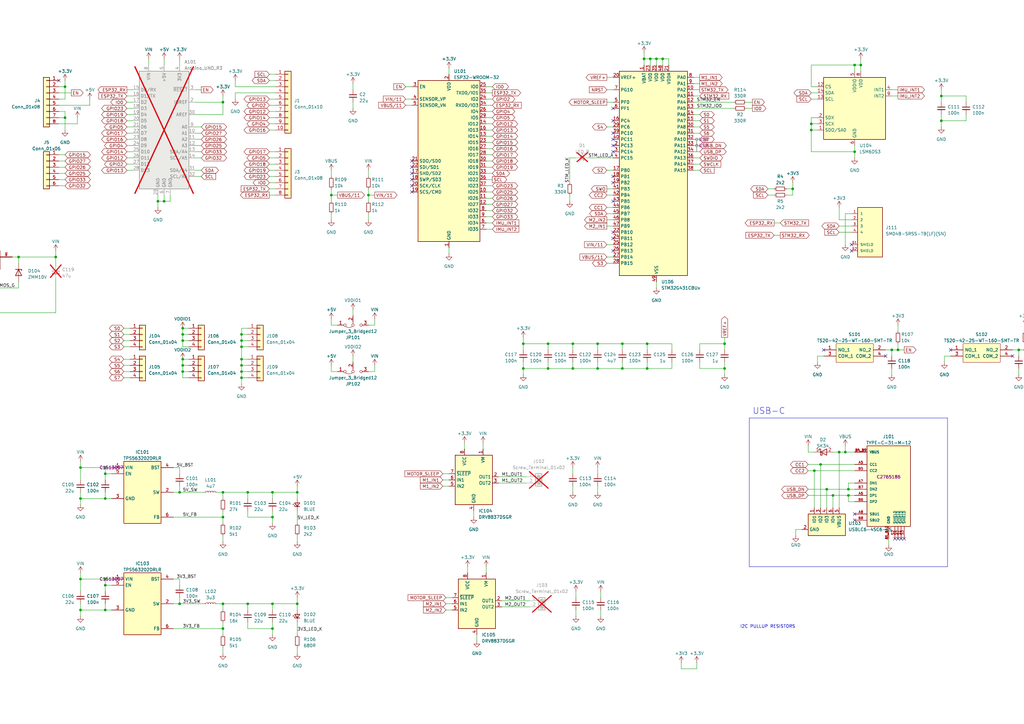
<source format=kicad_sch>
(kicad_sch (version 20230121) (generator eeschema)
  (paper "A3")
  (junction (at 99.06 154.94))
  (junction (at 245.11 151.13))
  (junction (at 151.13 80.01))
  (junction (at 336.55 190.5))
  (junction (at 74.93 139.7))
  (junction (at 43.18 191.77))
  (junction (at 266.7 24.13))
  (junction (at 347.98 203.2))
  (junction (at 74.93 137.16))
  (junction (at 74.93 134.62))
  (junction (at 368.3 143.51))
  (junction (at 101.6 247.65))
  (junction (at 350.52 26.67))
  (junction (at 255.27 140.97))
  (junction (at -22.86 105.41))
  (junction (at 245.11 140.97))
  (junction (at 64.77 82.55))
  (junction (at 22.86 105.41))
  (junction (at 91.44 247.65))
  (junction (at 99.06 142.24))
  (junction (at 33.02 204.47))
  (junction (at 7.62 105.41))
  (junction (at 344.17 185.42))
  (junction (at 365.76 143.51))
  (junction (at 224.79 140.97))
  (junction (at -7.62 128.27))
  (junction (at 214.63 140.97))
  (junction (at 334.01 193.04))
  (junction (at 111.76 201.93))
  (junction (at 121.92 247.65))
  (junction (at 43.18 194.31))
  (junction (at 101.6 201.93))
  (junction (at 224.79 151.13))
  (junction (at 417.83 143.51))
  (junction (at 91.44 201.93))
  (junction (at 26.67 48.26))
  (junction (at 255.27 151.13))
  (junction (at 111.76 247.65))
  (junction (at 99.06 139.7))
  (junction (at 472.44 218.44))
  (junction (at 26.67 35.56))
  (junction (at 264.16 24.13))
  (junction (at 74.93 152.4))
  (junction (at 347.98 200.66))
  (junction (at 43.18 237.49))
  (junction (at 332.74 50.8))
  (junction (at 353.06 26.67))
  (junction (at -7.62 118.11))
  (junction (at 121.92 201.93))
  (junction (at 339.09 200.66))
  (junction (at 269.24 24.13))
  (junction (at 341.63 203.2))
  (junction (at 332.74 53.34))
  (junction (at 91.44 41.91))
  (junction (at 111.76 257.81))
  (junction (at 325.12 77.47))
  (junction (at 91.44 212.09))
  (junction (at 73.66 247.65))
  (junction (at 67.31 82.55))
  (junction (at 99.06 147.32))
  (junction (at 350.52 62.23))
  (junction (at 33.02 191.77))
  (junction (at 297.18 140.97))
  (junction (at 33.02 237.49))
  (junction (at 346.71 185.42))
  (junction (at 214.63 151.13))
  (junction (at 99.06 149.86))
  (junction (at 33.02 250.19))
  (junction (at 91.44 257.81))
  (junction (at 74.93 149.86))
  (junction (at 43.18 204.47))
  (junction (at 234.95 140.97))
  (junction (at 73.66 201.93))
  (junction (at 99.06 137.16))
  (junction (at 297.18 151.13))
  (junction (at 135.89 80.01))
  (junction (at 386.08 39.37))
  (junction (at 99.06 152.4))
  (junction (at 43.18 250.19))
  (junction (at 265.43 140.97))
  (junction (at 43.18 240.03))
  (junction (at 265.43 151.13))
  (junction (at 74.93 147.32))
  (junction (at 111.76 212.09))
  (junction (at 386.08 49.53))
  (junction (at 271.78 24.13))
  (junction (at 420.37 143.51))
  (junction (at 234.95 151.13))
  (no_connect (at 349.25 102.87))
  (no_connect (at 368.3 220.98))
  (no_connect (at 370.84 220.98))
  (no_connect (at 251.46 95.25))
  (no_connect (at 363.22 146.05))
  (no_connect (at 251.46 57.15))
  (no_connect (at 251.46 72.39))
  (no_connect (at 415.29 146.05))
  (no_connect (at 251.46 102.87))
  (no_connect (at 251.46 82.55))
  (no_connect (at 168.91 66.04))
  (no_connect (at 369.57 220.98))
  (no_connect (at 168.91 71.12))
  (no_connect (at 251.46 44.45))
  (no_connect (at 337.82 143.51))
  (no_connect (at 251.46 49.53))
  (no_connect (at 251.46 59.69))
  (no_connect (at 389.89 143.51))
  (no_connect (at 349.25 100.33))
  (no_connect (at 350.52 213.36))
  (no_connect (at 367.03 220.98))
  (no_connect (at 251.46 97.79))
  (no_connect (at 168.91 68.58))
  (no_connect (at 168.91 78.74))
  (no_connect (at 350.52 210.82))
  (no_connect (at 168.91 76.2))
  (no_connect (at 251.46 62.23))
  (no_connect (at 487.68 205.74))
  (no_connect (at 251.46 54.61))
  (no_connect (at 168.91 73.66))
  (no_connect (at 24.13 33.02))
  (no_connect (at 251.46 74.93))
  (wire (pts (xy 135.89 130.81) (xy 135.89 133.35)))
  (wire (pts (xy 135.89 80.01) (xy 138.43 80.01)))
  (wire (pts (xy 417.83 151.13) (xy 417.83 153.67)))
  (wire (pts (xy 474.98 218.44) (xy 472.44 218.44)))
  (wire (pts (xy 287.02 34.29) (xy 284.48 34.29)))
  (wire (pts (xy 135.89 133.35) (xy 138.43 133.35)))
  (wire (pts (xy 36.83 40.64) (xy 36.83 43.18)))
  (wire (pts (xy 74.93 139.7) (xy 74.93 137.16)))
  (wire (pts (xy 317.5 91.44) (xy 320.04 91.44)))
  (wire (pts (xy 91.44 265.43) (xy 91.44 267.97)))
  (wire (pts (xy 50.8 147.32) (xy 53.34 147.32)))
  (wire (pts (xy 297.18 151.13) (xy 297.18 153.67)))
  (wire (pts (xy 110.49 74.93) (xy 113.03 74.93)))
  (wire (pts (xy 99.06 152.4) (xy 101.6 152.4)))
  (wire (pts (xy 82.55 69.85) (xy 80.01 69.85)))
  (wire (pts (xy 52.07 59.69) (xy 54.61 59.69)))
  (wire (pts (xy 201.93 35.56) (xy 199.39 35.56)))
  (wire (pts (xy 269.24 24.13) (xy 269.24 26.67)))
  (wire (pts (xy 26.67 71.12) (xy 24.13 71.12)))
  (wire (pts (xy 308.61 44.45) (xy 306.07 44.45)))
  (wire (pts (xy 332.74 48.26) (xy 332.74 50.8)))
  (wire (pts (xy 26.67 35.56) (xy 26.67 40.64)))
  (wire (pts (xy 387.35 146.05) (xy 389.89 146.05)))
  (wire (pts (xy -7.62 118.11) (xy -7.62 120.65)))
  (wire (pts (xy 26.67 73.66) (xy 24.13 73.66)))
  (wire (pts (xy 69.85 80.01) (xy 69.85 82.55)))
  (wire (pts (xy 287.02 140.97) (xy 297.18 140.97)))
  (wire (pts (xy 287.02 64.77) (xy 284.48 64.77)))
  (wire (pts (xy 346.71 182.88) (xy 346.71 185.42)))
  (wire (pts (xy 279.4 271.78) (xy 279.4 274.32)))
  (wire (pts (xy 347.98 205.74) (xy 350.52 205.74)))
  (wire (pts (xy 45.72 194.31) (xy 43.18 194.31)))
  (wire (pts (xy 248.92 36.83) (xy 251.46 36.83)))
  (wire (pts (xy 233.68 64.77) (xy 236.22 64.77)))
  (wire (pts (xy 204.47 198.12) (xy 215.9 198.12)))
  (wire (pts (xy 201.93 83.82) (xy 199.39 83.82)))
  (wire (pts (xy 314.96 80.01) (xy 317.5 80.01)))
  (wire (pts (xy 346.71 185.42) (xy 350.52 185.42)))
  (wire (pts (xy 52.07 54.61) (xy 54.61 54.61)))
  (wire (pts (xy 50.8 137.16) (xy 53.34 137.16)))
  (wire (pts (xy 353.06 24.13) (xy 353.06 26.67)))
  (wire (pts (xy 111.76 212.09) (xy 111.76 214.63)))
  (wire (pts (xy 245.11 199.39) (xy 245.11 201.93)))
  (wire (pts (xy 234.95 151.13) (xy 224.79 151.13)))
  (wire (pts (xy 265.43 151.13) (xy 265.43 148.59)))
  (wire (pts (xy 201.93 81.28) (xy 199.39 81.28)))
  (wire (pts (xy 33.02 250.19) (xy 33.02 252.73)))
  (wire (pts (xy 73.66 24.13) (xy 73.66 26.67)))
  (wire (pts (xy 151.13 133.35) (xy 153.67 133.35)))
  (wire (pts (xy 248.92 100.33) (xy 251.46 100.33)))
  (wire (pts (xy 74.93 142.24) (xy 74.93 139.7)))
  (wire (pts (xy 99.06 152.4) (xy 99.06 154.94)))
  (wire (pts (xy 314.96 77.47) (xy 317.5 77.47)))
  (wire (pts (xy 26.67 76.2) (xy 24.13 76.2)))
  (wire (pts (xy 474.98 215.9) (xy 474.98 218.44)))
  (wire (pts (xy 201.93 86.36) (xy 199.39 86.36)))
  (wire (pts (xy 99.06 142.24) (xy 101.6 142.24)))
  (wire (pts (xy -22.86 102.87) (xy -22.86 105.41)))
  (wire (pts (xy 96.52 35.56) (xy 113.03 35.56)))
  (wire (pts (xy 33.02 201.93) (xy 33.02 204.47)))
  (wire (pts (xy 111.76 209.55) (xy 111.76 212.09)))
  (wire (pts (xy 331.47 185.42) (xy 334.01 185.42)))
  (wire (pts (xy 96.52 38.1) (xy 96.52 40.64)))
  (wire (pts (xy 22.86 102.87) (xy 22.86 105.41)))
  (wire (pts (xy 151.13 80.01) (xy 151.13 82.55)))
  (wire (pts (xy 201.93 40.64) (xy 199.39 40.64)))
  (polyline (pts (xy 388.62 232.41) (xy 307.34 232.41)))
  (wire (pts (xy 331.47 190.5) (xy 336.55 190.5)))
  (wire (pts (xy 487.68 193.04) (xy 490.22 193.04)))
  (wire (pts (xy 135.89 152.4) (xy 138.43 152.4)))
  (wire (pts (xy 336.55 190.5) (xy 350.52 190.5)))
  (wire (pts (xy 279.4 274.32) (xy 285.75 274.32)))
  (wire (pts (xy 334.01 193.04) (xy 350.52 193.04)))
  (wire (pts (xy 121.92 219.71) (xy 121.92 222.25)))
  (wire (pts (xy 74.93 142.24) (xy 77.47 142.24)))
  (wire (pts (xy 322.58 80.01) (xy 325.12 80.01)))
  (wire (pts (xy 201.93 45.72) (xy 199.39 45.72)))
  (wire (pts (xy 52.07 44.45) (xy 54.61 44.45)))
  (wire (pts (xy 287.02 36.83) (xy 284.48 36.83)))
  (wire (pts (xy 74.93 147.32) (xy 77.47 147.32)))
  (wire (pts (xy 195.58 260.35) (xy 195.58 262.89)))
  (wire (pts (xy 52.07 64.77) (xy 54.61 64.77)))
  (wire (pts (xy 135.89 149.86) (xy 135.89 152.4)))
  (wire (pts (xy 287.02 49.53) (xy 284.48 49.53)))
  (wire (pts (xy 265.43 151.13) (xy 255.27 151.13)))
  (wire (pts (xy 77.47 154.94) (xy 74.93 154.94)))
  (wire (pts (xy 201.93 73.66) (xy 199.39 73.66)))
  (wire (pts (xy 99.06 149.86) (xy 101.6 149.86)))
  (wire (pts (xy 265.43 140.97) (xy 275.59 140.97)))
  (wire (pts (xy 201.93 43.18) (xy 199.39 43.18)))
  (wire (pts (xy 67.31 80.01) (xy 67.31 82.55)))
  (wire (pts (xy 363.22 143.51) (xy 365.76 143.51)))
  (wire (pts (xy 82.55 54.61) (xy 80.01 54.61)))
  (wire (pts (xy 325.12 80.01) (xy 325.12 77.47)))
  (wire (pts (xy 43.18 240.03) (xy 43.18 242.57)))
  (wire (pts (xy 110.49 33.02) (xy 113.03 33.02)))
  (wire (pts (xy 33.02 237.49) (xy 43.18 237.49)))
  (wire (pts (xy 368.3 36.83) (xy 365.76 36.83)))
  (polyline (pts (xy 504.19 175.26) (xy 504.19 228.6)))
  (wire (pts (xy 420.37 140.97) (xy 420.37 143.51)))
  (wire (pts (xy 368.3 143.51) (xy 370.84 143.51)))
  (wire (pts (xy 387.35 148.59) (xy 387.35 146.05)))
  (wire (pts (xy 331.47 182.88) (xy 331.47 185.42)))
  (wire (pts (xy 82.55 62.23) (xy 80.01 62.23)))
  (wire (pts (xy 347.98 200.66) (xy 350.52 200.66)))
  (wire (pts (xy 101.6 247.65) (xy 91.44 247.65)))
  (wire (pts (xy 248.92 52.07) (xy 251.46 52.07)))
  (wire (pts (xy 331.47 203.2) (xy 341.63 203.2)))
  (wire (pts (xy 7.62 115.57) (xy 7.62 118.11)))
  (polyline (pts (xy 438.15 175.26) (xy 438.15 228.6)))
  (wire (pts (xy 99.06 154.94) (xy 99.06 157.48)))
  (wire (pts (xy 29.21 38.1) (xy 24.13 38.1)))
  (wire (pts (xy 74.93 149.86) (xy 74.93 152.4)))
  (wire (pts (xy 386.08 49.53) (xy 386.08 52.07)))
  (wire (pts (xy 99.06 139.7) (xy 99.06 142.24)))
  (wire (pts (xy 331.47 200.66) (xy 339.09 200.66)))
  (wire (pts (xy 326.39 219.71) (xy 326.39 217.17)))
  (wire (pts (xy 204.47 195.58) (xy 215.9 195.58)))
  (wire (pts (xy 151.13 77.47) (xy 151.13 80.01)))
  (wire (pts (xy 33.02 191.77) (xy 43.18 191.77)))
  (wire (pts (xy 214.63 151.13) (xy 214.63 148.59)))
  (wire (pts (xy 201.93 53.34) (xy 199.39 53.34)))
  (wire (pts (xy 26.67 68.58) (xy 24.13 68.58)))
  (wire (pts (xy 287.02 67.31) (xy 284.48 67.31)))
  (wire (pts (xy 297.18 151.13) (xy 287.02 151.13)))
  (wire (pts (xy 287.02 62.23) (xy 284.48 62.23)))
  (wire (pts (xy -7.62 118.11) (xy -7.62 115.57)))
  (wire (pts (xy 365.76 151.13) (xy 365.76 153.67)))
  (wire (pts (xy 73.66 199.39) (xy 73.66 201.93)))
  (wire (pts (xy 91.44 46.99) (xy 91.44 41.91)))
  (wire (pts (xy 287.02 151.13) (xy 287.02 148.59)))
  (wire (pts (xy 74.93 152.4) (xy 74.93 154.94)))
  (wire (pts (xy 248.92 31.75) (xy 251.46 31.75)))
  (wire (pts (xy 96.52 38.1) (xy 113.03 38.1)))
  (wire (pts (xy 64.77 82.55) (xy 64.77 85.09)))
  (wire (pts (xy 285.75 271.78) (xy 285.75 274.32)))
  (wire (pts (xy 101.6 209.55) (xy 101.6 212.09)))
  (wire (pts (xy 332.74 26.67) (xy 350.52 26.67)))
  (wire (pts (xy 151.13 80.01) (xy 153.67 80.01)))
  (wire (pts (xy 50.8 154.94) (xy 53.34 154.94)))
  (wire (pts (xy 80.01 41.91) (xy 91.44 41.91)))
  (wire (pts (xy 287.02 46.99) (xy 284.48 46.99)))
  (wire (pts (xy 344.17 95.25) (xy 349.25 95.25)))
  (wire (pts (xy 26.67 33.02) (xy 26.67 35.56)))
  (wire (pts (xy 386.08 39.37) (xy 386.08 36.83)))
  (wire (pts (xy 336.55 190.5) (xy 336.55 208.28)))
  (wire (pts (xy 74.93 139.7) (xy 77.47 139.7)))
  (wire (pts (xy 121.92 245.11) (xy 121.92 247.65)))
  (wire (pts (xy 248.92 87.63) (xy 251.46 87.63)))
  (wire (pts (xy 396.24 39.37) (xy 386.08 39.37)))
  (wire (pts (xy -22.86 110.49) (xy -22.86 107.95)))
  (wire (pts (xy 331.47 193.04) (xy 334.01 193.04)))
  (wire (pts (xy 255.27 151.13) (xy 245.11 151.13)))
  (wire (pts (xy 91.44 257.81) (xy 91.44 255.27)))
  (wire (pts (xy 82.55 52.07) (xy 80.01 52.07)))
  (wire (pts (xy 101.6 212.09) (xy 111.76 212.09)))
  (wire (pts (xy 245.11 151.13) (xy 234.95 151.13)))
  (wire (pts (xy 214.63 140.97) (xy 214.63 138.43)))
  (wire (pts (xy 255.27 151.13) (xy 255.27 148.59)))
  (wire (pts (xy 74.93 137.16) (xy 77.47 137.16)))
  (wire (pts (xy 43.18 191.77) (xy 43.18 194.31)))
  (wire (pts (xy 64.77 82.55) (xy 67.31 82.55)))
  (wire (pts (xy 341.63 203.2) (xy 347.98 203.2)))
  (wire (pts (xy 71.12 212.09) (xy 91.44 212.09)))
  (wire (pts (xy 151.13 69.85) (xy 151.13 72.39)))
  (wire (pts (xy 201.93 88.9) (xy 199.39 88.9)))
  (wire (pts (xy 121.92 199.39) (xy 121.92 201.93)))
  (wire (pts (xy 335.28 35.56) (xy 332.74 35.56)))
  (wire (pts (xy 82.55 64.77) (xy 80.01 64.77)))
  (wire (pts (xy 110.49 50.8) (xy 113.03 50.8)))
  (wire (pts (xy 234.95 151.13) (xy 234.95 148.59)))
  (wire (pts (xy 287.02 69.85) (xy 284.48 69.85)))
  (wire (pts (xy 121.92 265.43) (xy 121.92 267.97)))
  (wire (pts (xy 74.93 137.16) (xy 74.93 134.62)))
  (wire (pts (xy 248.92 85.09) (xy 251.46 85.09)))
  (wire (pts (xy 201.93 55.88) (xy 199.39 55.88)))
  (wire (pts (xy 184.15 27.94) (xy 184.15 30.48)))
  (wire (pts (xy 77.47 152.4) (xy 74.93 152.4)))
  (wire (pts (xy 325.12 74.93) (xy 325.12 77.47)))
  (wire (pts (xy 201.93 38.1) (xy 199.39 38.1)))
  (wire (pts (xy -22.86 105.41) (xy -20.32 105.41)))
  (wire (pts (xy 88.9 247.65) (xy 91.44 247.65)))
  (wire (pts (xy 52.07 41.91) (xy 54.61 41.91)))
  (wire (pts (xy 287.02 31.75) (xy 284.48 31.75)))
  (wire (pts (xy 415.29 143.51) (xy 417.83 143.51)))
  (wire (pts (xy 275.59 151.13) (xy 275.59 148.59)))
  (wire (pts (xy 24.13 35.56) (xy 26.67 35.56)))
  (polyline (pts (xy 307.34 171.45) (xy 388.62 171.45)))
  (wire (pts (xy 245.11 140.97) (xy 255.27 140.97)))
  (wire (pts (xy 99.06 154.94) (xy 101.6 154.94)))
  (wire (pts (xy 339.09 200.66) (xy 339.09 208.28)))
  (wire (pts (xy 275.59 151.13) (xy 265.43 151.13)))
  (wire (pts (xy 135.89 90.17) (xy 135.89 87.63)))
  (wire (pts (xy 264.16 24.13) (xy 264.16 26.67)))
  (wire (pts (xy 341.63 185.42) (xy 344.17 185.42)))
  (wire (pts (xy 245.11 191.77) (xy 245.11 194.31)))
  (wire (pts (xy 339.09 200.66) (xy 347.98 200.66)))
  (wire (pts (xy 74.93 149.86) (xy 77.47 149.86)))
  (wire (pts (xy 234.95 140.97) (xy 234.95 143.51)))
  (wire (pts (xy 99.06 134.62) (xy 99.06 137.16)))
  (wire (pts (xy 166.37 43.18) (xy 168.91 43.18)))
  (wire (pts (xy 335.28 146.05) (xy 337.82 146.05)))
  (wire (pts (xy 101.6 257.81) (xy 111.76 257.81)))
  (wire (pts (xy 82.55 36.83) (xy 80.01 36.83)))
  (wire (pts (xy 82.55 72.39) (xy 80.01 72.39)))
  (wire (pts (xy 26.67 66.04) (xy 24.13 66.04)))
  (wire (pts (xy 73.66 240.03) (xy 73.66 237.49)))
  (wire (pts (xy 201.93 76.2) (xy 199.39 76.2)))
  (wire (pts (xy 487.68 200.66) (xy 490.22 200.66)))
  (wire (pts (xy 201.93 93.98) (xy 199.39 93.98)))
  (wire (pts (xy 335.28 53.34) (xy 332.74 53.34)))
  (wire (pts (xy 121.92 201.93) (xy 111.76 201.93)))
  (wire (pts (xy 111.76 255.27) (xy 111.76 257.81)))
  (wire (pts (xy 181.61 199.39) (xy 184.15 199.39)))
  (wire (pts (xy 144.78 34.29) (xy 144.78 36.83)))
  (wire (pts (xy 326.39 217.17) (xy 328.93 217.17)))
  (wire (pts (xy 110.49 72.39) (xy 113.03 72.39)))
  (wire (pts (xy 52.07 36.83) (xy 54.61 36.83)))
  (wire (pts (xy 248.92 92.71) (xy 251.46 92.71)))
  (wire (pts (xy 181.61 194.31) (xy 184.15 194.31)))
  (wire (pts (xy 110.49 62.23) (xy 113.03 62.23)))
  (wire (pts (xy 224.79 140.97) (xy 224.79 143.51)))
  (wire (pts (xy 233.68 64.77) (xy 233.68 74.93)))
  (wire (pts (xy 52.07 57.15) (xy 54.61 57.15)))
  (wire (pts (xy 91.44 201.93) (xy 91.44 204.47)))
  (wire (pts (xy 43.18 247.65) (xy 43.18 250.19)))
  (wire (pts (xy 214.63 151.13) (xy 224.79 151.13)))
  (wire (pts (xy 45.72 240.03) (xy 43.18 240.03)))
  (wire (pts (xy 151.13 152.4) (xy 153.67 152.4)))
  (wire (pts (xy 284.48 44.45) (xy 300.99 44.45)))
  (wire (pts (xy 99.06 142.24) (xy 99.06 147.32)))
  (wire (pts (xy 275.59 140.97) (xy 275.59 143.51)))
  (wire (pts (xy 110.49 30.48) (xy 113.03 30.48)))
  (wire (pts (xy 248.92 77.47) (xy 251.46 77.47)))
  (wire (pts (xy 335.28 48.26) (xy 332.74 48.26)))
  (wire (pts (xy 182.88 250.19) (xy 185.42 250.19)))
  (wire (pts (xy 344.17 85.09) (xy 344.17 90.17)))
  (wire (pts (xy 110.49 43.18) (xy 113.03 43.18)))
  (wire (pts (xy 91.44 212.09) (xy 91.44 214.63)))
  (wire (pts (xy 236.22 242.57) (xy 236.22 245.11)))
  (wire (pts (xy 201.93 50.8) (xy 199.39 50.8)))
  (wire (pts (xy 99.06 147.32) (xy 99.06 149.86)))
  (wire (pts (xy 201.93 63.5) (xy 199.39 63.5)))
  (wire (pts (xy 99.06 139.7) (xy 101.6 139.7)))
  (wire (pts (xy 50.8 152.4) (xy 53.34 152.4)))
  (wire (pts (xy 201.93 78.74) (xy 199.39 78.74)))
  (wire (pts (xy 31.75 48.26) (xy 31.75 50.8)))
  (wire (pts (xy 181.61 196.85) (xy 184.15 196.85)))
  (wire (pts (xy 45.72 237.49) (xy 43.18 237.49)))
  (wire (pts (xy 22.86 114.3) (xy 22.86 128.27)))
  (wire (pts (xy 99.06 137.16) (xy 99.06 139.7)))
  (wire (pts (xy 91.44 212.09) (xy 91.44 209.55)))
  (wire (pts (xy 73.66 247.65) (xy 71.12 247.65)))
  (wire (pts (xy 144.78 148.59) (xy 144.78 146.05)))
  (wire (pts (xy 121.92 204.47) (xy 121.92 201.93)))
  (wire (pts (xy 22.86 128.27) (xy -7.62 128.27)))
  (wire (pts (xy 255.27 140.97) (xy 265.43 140.97)))
  (wire (pts (xy 111.76 247.65) (xy 101.6 247.65)))
  (wire (pts (xy 45.72 191.77) (xy 43.18 191.77)))
  (wire (pts (xy 182.88 245.11) (xy 185.42 245.11)))
  (wire (pts (xy 101.6 255.27) (xy 101.6 257.81)))
  (wire (pts (xy 43.18 237.49) (xy 43.18 240.03)))
  (wire (pts (xy 99.06 147.32) (xy 101.6 147.32)))
  (wire (pts (xy 287.02 143.51) (xy 287.02 140.97)))
  (wire (pts (xy 33.02 204.47) (xy 43.18 204.47)))
  (wire (pts (xy 110.49 53.34) (xy 113.03 53.34)))
  (wire (pts (xy 67.31 82.55) (xy 69.85 82.55)))
  (wire (pts (xy 110.49 77.47) (xy 113.03 77.47)))
  (wire (pts (xy 36.83 43.18) (xy 24.13 43.18)))
  (wire (pts (xy 341.63 203.2) (xy 341.63 208.28)))
  (wire (pts (xy 350.52 26.67) (xy 350.52 29.21)))
  (wire (pts (xy 166.37 40.64) (xy 168.91 40.64)))
  (wire (pts (xy 144.78 44.45) (xy 144.78 41.91)))
  (wire (pts (xy 26.67 40.64) (xy 24.13 40.64)))
  (wire (pts (xy 248.92 80.01) (xy 251.46 80.01)))
  (wire (pts (xy 417.83 143.51) (xy 417.83 146.05)))
  (wire (pts (xy 24.13 50.8) (xy 31.75 50.8)))
  (wire (pts (xy 73.66 194.31) (xy 73.66 191.77)))
  (wire (pts (xy 110.49 69.85) (xy 113.03 69.85)))
  (wire (pts (xy 332.74 53.34) (xy 332.74 62.23)))
  (wire (pts (xy 386.08 39.37) (xy 386.08 41.91)))
  (wire (pts (xy 287.02 52.07) (xy 284.48 52.07)))
  (wire (pts (xy 33.02 237.49) (xy 33.02 242.57)))
  (wire (pts (xy 67.31 24.13) (xy 67.31 26.67)))
  (wire (pts (xy 101.6 250.19) (xy 101.6 247.65)))
  (wire (pts (xy 201.93 91.44) (xy 199.39 91.44)))
  (wire (pts (xy 52.07 52.07) (xy 54.61 52.07)))
  (wire (pts (xy 264.16 24.13) (xy 266.7 24.13)))
  (wire (pts (xy 205.74 246.38) (xy 217.17 246.38)))
  (wire (pts (xy 73.66 201.93) (xy 83.82 201.93)))
  (wire (pts (xy 332.74 62.23) (xy 350.52 62.23)))
  (wire (pts (xy 121.92 255.27) (xy 121.92 260.35)))
  (wire (pts (xy 33.02 189.23) (xy 33.02 191.77)))
  (wire (pts (xy 101.6 134.62) (xy 99.06 134.62)))
  (wire (pts (xy 487.68 198.12) (xy 490.22 198.12)))
  (wire (pts (xy 205.74 248.92) (xy 217.17 248.92)))
  (wire (pts (xy 121.92 250.19) (xy 121.92 247.65)))
  (wire (pts (xy 22.86 109.22) (xy 22.86 105.41)))
  (wire (pts (xy 50.8 139.7) (xy 53.34 139.7)))
  (wire (pts (xy 246.38 242.57) (xy 246.38 245.11)))
  (wire (pts (xy 368.3 133.35) (xy 368.3 135.89)))
  (wire (pts (xy -25.4 105.41) (xy -22.86 105.41)))
  (wire (pts (xy 91.44 247.65) (xy 91.44 250.19)))
  (wire (pts (xy 182.88 247.65) (xy 185.42 247.65)))
  (wire (pts (xy 184.15 101.6) (xy 184.15 104.14)))
  (wire (pts (xy 350.52 64.77) (xy 350.52 62.23)))
  (wire (pts (xy 7.62 105.41) (xy 5.08 105.41)))
  (wire (pts (xy 332.74 40.64) (xy 335.28 40.64)))
  (wire (pts (xy 101.6 204.47) (xy 101.6 201.93)))
  (wire (pts (xy 110.49 67.31) (xy 113.03 67.31)))
  (wire (pts (xy 284.48 41.91) (xy 300.99 41.91)))
  (wire (pts (xy 386.08 49.53) (xy 386.08 46.99)))
  (wire (pts (xy 269.24 115.57) (xy 269.24 118.11)))
  (wire (pts (xy 287.02 54.61) (xy 284.48 54.61)))
  (wire (pts (xy 111.76 250.19) (xy 111.76 247.65)))
  (wire (pts (xy 248.92 107.95) (xy 251.46 107.95)))
  (wire (pts (xy 350.52 59.69) (xy 350.52 62.23)))
  (wire (pts (xy 135.89 80.01) (xy 135.89 82.55)))
  (wire (pts (xy -22.86 107.95) (xy -25.4 107.95)))
  (wire (pts (xy 91.44 257.81) (xy 91.44 260.35)))
  (wire (pts (xy 353.06 29.21) (xy 353.06 26.67)))
  (wire (pts (xy 50.8 149.86) (xy 53.34 149.86)))
  (wire (pts (xy 52.07 39.37) (xy 54.61 39.37)))
  (wire (pts (xy 344.17 90.17) (xy 349.25 90.17)))
  (wire (pts (xy 74.93 149.86) (xy 74.93 147.32)))
  (wire (pts (xy 99.06 137.16) (xy 101.6 137.16)))
  (wire (pts (xy 266.7 24.13) (xy 266.7 26.67)))
  (polyline (pts (xy 438.15 175.26) (xy 504.19 175.26)))
  (wire (pts (xy 135.89 77.47) (xy 135.89 80.01)))
  (wire (pts (xy 33.02 234.95) (xy 33.02 237.49)))
  (wire (pts (xy 365.76 143.51) (xy 368.3 143.51)))
  (wire (pts (xy 420.37 133.35) (xy 420.37 135.89)))
  (wire (pts (xy 248.92 41.91) (xy 251.46 41.91)))
  (wire (pts (xy 101.6 201.93) (xy 91.44 201.93)))
  (wire (pts (xy 60.96 24.13) (xy 60.96 26.67)))
  (wire (pts (xy 73.66 201.93) (xy 71.12 201.93)))
  (wire (pts (xy 297.18 151.13) (xy 297.18 148.59)))
  (wire (pts (xy 347.98 198.12) (xy 350.52 198.12)))
  (wire (pts (xy 334.01 193.04) (xy 334.01 208.28)))
  (wire (pts (xy 80.01 46.99) (xy 91.44 46.99)))
  (wire (pts (xy 73.66 191.77) (xy 71.12 191.77)))
  (wire (pts (xy 110.49 48.26) (xy 113.03 48.26)))
  (wire (pts (xy 74.93 134.62) (xy 77.47 134.62)))
  (wire (pts (xy 43.18 250.19) (xy 45.72 250.19)))
  (wire (pts (xy 82.55 59.69) (xy 80.01 59.69)))
  (wire (pts (xy 33.02 250.19) (xy 43.18 250.19)))
  (wire (pts (xy 224.79 140.97) (xy 234.95 140.97)))
  (wire (pts (xy 153.67 152.4) (xy 153.67 149.86)))
  (wire (pts (xy 52.07 46.99) (xy 54.61 46.99)))
  (wire (pts (xy 43.18 194.31) (xy 43.18 196.85)))
  (wire (pts (xy 266.7 24.13) (xy 269.24 24.13)))
  (wire (pts (xy 153.67 133.35) (xy 153.67 130.81)))
  (wire (pts (xy 287.02 39.37) (xy 284.48 39.37)))
  (wire (pts (xy 271.78 24.13) (xy 271.78 26.67)))
  (wire (pts (xy 201.93 68.58) (xy 199.39 68.58)))
  (wire (pts (xy 64.77 80.01) (xy 64.77 82.55)))
  (wire (pts (xy 73.66 237.49) (xy 71.12 237.49)))
  (wire (pts (xy 353.06 26.67) (xy 350.52 26.67)))
  (wire (pts (xy 325.12 77.47) (xy 322.58 77.47)))
  (polyline (pts (xy 307.34 171.45) (xy 307.34 232.41)))
  (wire (pts (xy 474.98 182.88) (xy 474.98 185.42)))
  (wire (pts (xy 43.18 204.47) (xy 45.72 204.47)))
  (wire (pts (xy 245.11 151.13) (xy 245.11 148.59)))
  (wire (pts (xy 248.92 90.17) (xy 251.46 90.17)))
  (wire (pts (xy 346.71 87.63) (xy 349.25 87.63)))
  (wire (pts (xy 26.67 45.72) (xy 26.67 48.26)))
  (wire (pts (xy 472.44 215.9) (xy 472.44 218.44)))
  (wire (pts (xy 297.18 140.97) (xy 297.18 143.51)))
  (wire (pts (xy 52.07 62.23) (xy 54.61 62.23)))
  (wire (pts (xy 99.06 149.86) (xy 99.06 152.4)))
  (wire (pts (xy 7.62 107.95) (xy 7.62 105.41)))
  (wire (pts (xy 201.93 66.04) (xy 199.39 66.04)))
  (wire (pts (xy 248.92 105.41) (xy 251.46 105.41)))
  (polyline (pts (xy 388.62 171.45) (xy 388.62 232.41)))
  (wire (pts (xy 194.31 209.55) (xy 194.31 212.09)))
  (wire (pts (xy 24.13 48.26) (xy 26.67 48.26)))
  (wire (pts (xy 332.74 50.8) (xy 335.28 50.8)))
  (wire (pts (xy 344.17 92.71) (xy 349.25 92.71)))
  (wire (pts (xy 33.02 204.47) (xy 33.02 207.01)))
  (wire (pts (xy 26.67 48.26) (xy 26.67 53.34)))
  (wire (pts (xy 191.77 232.41) (xy 191.77 234.95)))
  (wire (pts (xy 264.16 21.59) (xy 264.16 24.13)))
  (wire (pts (xy 166.37 35.56) (xy 168.91 35.56)))
  (wire (pts (xy 255.27 140.97) (xy 255.27 143.51)))
  (wire (pts (xy 241.3 64.77) (xy 251.46 64.77)))
  (wire (pts (xy 73.66 245.11) (xy 73.66 247.65)))
  (wire (pts (xy 121.92 247.65) (xy 111.76 247.65)))
  (wire (pts (xy 246.38 250.19) (xy 246.38 252.73)))
  (wire (pts (xy 287.02 57.15) (xy 284.48 57.15)))
  (wire (pts (xy 368.3 39.37) (xy 365.76 39.37)))
  (wire (pts (xy 265.43 140.97) (xy 265.43 143.51)))
  (wire (pts (xy 91.44 39.37) (xy 91.44 41.91)))
  (wire (pts (xy 24.13 45.72) (xy 26.67 45.72)))
  (wire (pts (xy 344.17 185.42) (xy 344.17 208.28)))
  (wire (pts (xy 52.07 69.85) (xy 54.61 69.85)))
  (wire (pts (xy 347.98 200.66) (xy 347.98 198.12)))
  (wire (pts (xy 297.18 138.43) (xy 297.18 140.97)))
  (wire (pts (xy 308.61 41.91) (xy 306.07 41.91)))
  (wire (pts (xy 332.74 35.56) (xy 332.74 26.67)))
  (wire (pts (xy 91.44 219.71) (xy 91.44 222.25)))
  (wire (pts (xy 88.9 201.93) (xy 91.44 201.93)))
  (wire (pts (xy 111.76 204.47) (xy 111.76 201.93)))
  (wire (pts (xy 396.24 39.37) (xy 396.24 41.91)))
  (wire (pts (xy 135.89 69.85) (xy 135.89 72.39)))
  (wire (pts (xy 487.68 203.2) (xy 490.22 203.2)))
  (wire (pts (xy 110.49 45.72) (xy 113.03 45.72)))
  (wire (pts (xy 287.02 59.69) (xy 284.48 59.69)))
  (polyline (pts (xy 504.19 228.6) (xy 438.15 228.6)))
  (wire (pts (xy 50.8 134.62) (xy 53.34 134.62)))
  (wire (pts (xy 332.74 38.1) (xy 335.28 38.1)))
  (wire (pts (xy 347.98 203.2) (xy 350.52 203.2)))
  (wire (pts (xy 43.18 201.93) (xy 43.18 204.47)))
  (wire (pts (xy 7.62 118.11) (xy -7.62 118.11)))
  (wire (pts (xy 110.49 40.64) (xy 113.03 40.64)))
  (wire (pts (xy 110.49 64.77) (xy 113.03 64.77)))
  (wire (pts (xy 271.78 24.13) (xy 274.32 24.13)))
  (wire (pts (xy 52.07 67.31) (xy 54.61 67.31)))
  (wire (pts (xy 214.63 140.97) (xy 224.79 140.97)))
  (wire (pts (xy 111.76 257.81) (xy 111.76 260.35)))
  (wire (pts (xy -7.62 130.81) (xy -7.62 128.27)))
  (wire (pts (xy 332.74 50.8) (xy 332.74 53.34)))
  (wire (pts (xy -7.62 128.27) (xy -7.62 125.73)))
  (wire (pts (xy 234.95 191.77) (xy 234.95 194.31)))
  (wire (pts (xy 396.24 49.53) (xy 396.24 46.99)))
  (wire (pts (xy 144.78 129.54) (xy 144.78 127)))
  (wire (pts (xy 224.79 151.13) (xy 224.79 148.59)))
  (wire (pts (xy 73.66 247.65) (xy 83.82 247.65)))
  (wire (pts (xy 245.11 140.97) (xy 245.11 143.51)))
  (wire (pts (xy 198.12 181.61) (xy 198.12 184.15)))
  (wire (pts (xy 7.62 105.41) (xy 22.86 105.41)))
  (wire (pts (xy 214.63 151.13) (xy 214.63 153.67)))
  (wire (pts (xy 472.44 218.44) (xy 472.44 220.98)))
  (wire (pts (xy 151.13 90.17) (xy 151.13 87.63)))
  (wire (pts (xy 33.02 247.65) (xy 33.02 250.19)))
  (wire (pts (xy 347.98 203.2) (xy 347.98 205.74)))
  (wire (pts (xy 420.37 143.51) (xy 422.91 143.51)))
  (wire (pts (xy 236.22 250.19) (xy 236.22 252.73)))
  (wire (pts (xy 33.02 191.77) (xy 33.02 196.85)))
  (wire (pts (xy 365.76 143.51) (xy 365.76 146.05)))
  (wire (pts (xy 317.5 96.52) (xy 320.04 96.52)))
  (wire (pts (xy 121.92 209.55) (xy 121.92 214.63)))
  (wire (pts (xy 26.67 63.5) (xy 24.13 63.5)))
  (wire (pts (xy 82.55 57.15) (xy 80.01 57.15)))
  (wire (pts (xy 110.49 80.01) (xy 113.03 80.01)))
  (wire (pts (xy 233.68 80.01) (xy 233.68 82.55)))
  (wire (pts (xy 214.63 140.97) (xy 214.63 143.51)))
  (wire (pts (xy 364.49 220.98) (xy 364.49 223.52)))
  (wire (pts (xy 199.39 232.41) (xy 199.39 234.95)))
  (wire (pts (xy 368.3 140.97) (xy 368.3 143.51)))
  (wire (pts (xy 111.76 201.93) (xy 101.6 201.93)))
  (wire (pts (xy 52.07 49.53) (xy 54.61 49.53)))
  (wire (pts (xy 274.32 24.13) (xy 274.32 26.67)))
  (wire (pts (xy 201.93 71.12) (xy 199.39 71.12)))
  (wire (pts (xy 190.5 181.61) (xy 190.5 184.15)))
  (wire (pts (xy 201.93 58.42) (xy 199.39 58.42)))
  (wire (pts (xy 96.52 33.02) (xy 96.52 35.56)))
  (wire (pts (xy 344.17 185.42) (xy 346.71 185.42)))
  (wire (pts (xy 50.8 142.24) (xy 53.34 142.24)))
  (wire (pts (xy 201.93 60.96) (xy 199.39 60.96)))
  (wire (pts (xy 71.12 257.81) (xy 91.44 257.81)))
  (wire (pts (xy 346.71 87.63) (xy 346.71 100.33)))
  (wire (pts (xy 386.08 49.53) (xy 396.24 49.53)))
  (wire (pts (xy 335.28 148.59) (xy 335.28 146.05)))
  (wire (pts (xy 234.95 199.39) (xy 234.95 201.93)))
  (wire (pts (xy 417.83 143.51) (xy 420.37 143.51)))
  (wire (pts (xy 269.24 24.13) (xy 271.78 24.13)))
  (wire (pts (xy 234.95 140.97) (xy 245.11 140.97)))
  (wire (pts (xy 248.92 69.85) (xy 251.46 69.85)))
  (wire (pts (xy 201.93 48.26) (xy 199.39 48.26)))
  (text "I2C PULLUP RESISTORS" (at 303.53 257.81 0) (effects (font (size 1.27 1.27)) (justify left bottom)))
  (text "Debug" (at 439.42 173.99 0) (effects (font (size 2.54 2.54)) (justify left bottom)))
  (text "USB-C" (at 308.61 170.18 0) (effects (font (size 2.54 2.54)) (justify left bottom)))
  (label "M1_OUT1" (at 205.74 195.58 0))
  (label "5V_SW" (at 74.93 201.93 0))
  (label "3V3_SW" (at 74.93 247.65 0))
  (label "M1_OUT2" (at 205.74 198.12 0))
  (label "3V3_LED_K" (at 121.92 259.08 0))
  (label "M2_OUT2" (at 207.01 248.92 0))
  (label "5V_FB" (at 74.93 212.09 0))
  (label "5V_BST" (at 72.39 191.77 0))
  (label "3V3_BST" (at 72.39 237.49 0))
  (label "RP_PMOS_G" (at -5.08 118.11 0))
  (label "M2_OUT1" (at 207.01 246.38 0))
  (label "3V3_FB" (at 74.93 257.81 0))
  (label "STM_LED_A" (at 241.3 64.77 0))
  (label "STM32_EN" (at 285.75 41.91 0))
  (label "STM_LED_K" (at 233.68 74.93 90))
  (label "5V_LED_K" (at 121.92 213.36 0))
  (label "STM32_IO0" (at 285.75 44.45 0))
  (global_label "S3" (shape bidirectional) (at 50.8 142.24 180) (property "Intersheetrefs" "${INTERSHEET_REFS}" (effects hide)))
  (global_label "GPIO4" (shape bidirectional) (at 110.49 50.8 180) (property "Intersheetrefs" "${INTERSHEET_REFS}" (effects hide)))
  (global_label "GPIO18" (shape bidirectional) (at 52.07 49.53 180) (property "Intersheetrefs" "${INTERSHEET_REFS}" (effects hide)))
  (global_label "GPIO4" (shape bidirectional) (at 201.93 45.72 0) (property "Intersheetrefs" "${INTERSHEET_REFS}" (effects hide)))
  (global_label "GPIO12" (shape bidirectional) (at 110.49 45.72 180) (property "Intersheetrefs" "${INTERSHEET_REFS}" (effects hide)))
  (global_label "GPIO15" (shape bidirectional) (at 201.93 58.42 0) (property "Intersheetrefs" "${INTERSHEET_REFS}" (effects hide)))
  (global_label "VREF+" (shape output) (at 297.18 138.43 90) (property "Intersheetrefs" "${INTERSHEET_REFS}" (effects hide)))
  (global_label "S1" (shape bidirectional) (at 287.02 49.53 0) (property "Intersheetrefs" "${INTERSHEET_REFS}" (effects hide)))
  (global_label "SWO" (shape output) (at 248.92 77.47 180) (property "Intersheetrefs" "${INTERSHEET_REFS}" (effects hide)))
  (global_label "IMU_INT1" (shape output) (at 368.3 36.83 0) (property "Intersheetrefs" "${INTERSHEET_REFS}" (effects hide)))
  (global_label "CC1" (shape bidirectional) (at 248.92 85.09 180) (property "Intersheetrefs" "${INTERSHEET_REFS}" (effects hide)))
  (global_label "GPIO25" (shape bidirectional) (at 26.67 71.12 0) (property "Intersheetrefs" "${INTERSHEET_REFS}" (effects hide)))
  (global_label "USB_DN" (shape bidirectional) (at 331.47 200.66 180) (property "Intersheetrefs" "${INTERSHEET_REFS}" (effects hide)))
  (global_label "ESP32_TX" (shape output) (at 201.93 38.1 0) (property "Intersheetrefs" "${INTERSHEET_REFS}" (effects hide)))
  (global_label "M1_IN1" (shape output) (at 287.02 31.75 0) (property "Intersheetrefs" "${INTERSHEET_REFS}" (effects hide)))
  (global_label "GPIO23" (shape bidirectional) (at 52.07 44.45 180) (property "Intersheetrefs" "${INTERSHEET_REFS}" (effects hide)))
  (global_label "GPIO18" (shape bidirectional) (at 201.93 66.04 0) (property "Intersheetrefs" "${INTERSHEET_REFS}" (effects hide)))
  (global_label "SDA" (shape bidirectional) (at 201.93 71.12 0) (property "Intersheetrefs" "${INTERSHEET_REFS}" (effects hide)))
  (global_label "VIN{slash}11" (shape output) (at 153.67 80.01 0) (property "Intersheetrefs" "${INTERSHEET_REFS}" (effects hide)))
  (global_label "SCL" (shape input) (at 314.96 80.01 180) (property "Intersheetrefs" "${INTERSHEET_REFS}" (effects hide)))
  (global_label "SCL" (shape input) (at 332.74 40.64 180) (property "Intersheetrefs" "${INTERSHEET_REFS}" (effects hide)))
  (global_label "GPIO19" (shape bidirectional) (at 52.07 46.99 180) (property "Intersheetrefs" "${INTERSHEET_REFS}" (effects hide)))
  (global_label "VBUS{slash}11" (shape input) (at 166.37 43.18 180) (property "Intersheetrefs" "${INTERSHEET_REFS}" (effects hide)))
  (global_label "USB_DN" (shape bidirectional) (at 287.02 59.69 0) (property "Intersheetrefs" "${INTERSHEET_REFS}" (effects hide)))
  (global_label "ESP32_TX" (shape input) (at 317.5 96.52 180) (property "Intersheetrefs" "${INTERSHEET_REFS}" (effects hide)))
  (global_label "S4" (shape bidirectional) (at 50.8 147.32 180) (property "Intersheetrefs" "${INTERSHEET_REFS}" (effects hide)))
  (global_label "VBUS{slash}11" (shape input) (at 248.92 105.41 180) (property "Intersheetrefs" "${INTERSHEET_REFS}" (effects hide)))
  (global_label "GPIO32" (shape bidirectional) (at 82.55 64.77 0) (property "Intersheetrefs" "${INTERSHEET_REFS}" (effects hide)))
  (global_label "MOTOR_SLEEP" (shape input) (at 182.88 245.11 180) (property "Intersheetrefs" "${INTERSHEET_REFS}" (effects hide)))
  (global_label "IMU_INT1" (shape input) (at 201.93 91.44 0) (property "Intersheetrefs" "${INTERSHEET_REFS}" (effects hide)))
  (global_label "SWCLK" (shape input) (at 287.02 67.31 0) (property "Intersheetrefs" "${INTERSHEET_REFS}" (effects hide)))
  (global_label "GPIO17" (shape bidirectional) (at 110.49 62.23 180) (property "Intersheetrefs" "${INTERSHEET_REFS}" (effects hide)))
  (global_label "EN" (shape input) (at 166.37 35.56 180) (property "Intersheetrefs" "${INTERSHEET_REFS}" (effects hide)))
  (global_label "SWDIO" (shape bidirectional) (at 287.02 64.77 0) (property "Intersheetrefs" "${INTERSHEET_REFS}" (effects hide)))
  (global_label "GPIO19" (shape bidirectional) (at 201.93 68.58 0) (property "Intersheetrefs" "${INTERSHEET_REFS}" (effects hide)))
  (global_label "EN" (shape output) (at 29.21 38.1 0) (property "Intersheetrefs" "${INTERSHEET_REFS}" (effects hide)))
  (global_label "GPIO26" (shape bidirectional) (at 201.93 81.28 0) (property "Intersheetrefs" "${INTERSHEET_REFS}" (effects hide)))
  (global_label "NRST" (shape output) (at 490.22 193.04 0) (property "Intersheetrefs" "${INTERSHEET_REFS}" (effects hide)))
  (global_label "IO0" (shape output) (at 422.91 143.51 0) (property "Intersheetrefs" "${INTERSHEET_REFS}" (effects hide)))
  (global_label "GPIO13" (shape bidirectional) (at 110.49 40.64 180) (property "Intersheetrefs" "${INTERSHEET_REFS}" (effects hide)))
  (global_label "GPIO19" (shape bidirectional) (at 110.49 69.85 180) (property "Intersheetrefs" "${INTERSHEET_REFS}" (effects hide)))
  (global_label "SCL" (shape input) (at 82.55 72.39 0) (property "Intersheetrefs" "${INTERSHEET_REFS}" (effects hide)))
  (global_label "S0" (shape bidirectional) (at 50.8 134.62 180) (property "Intersheetrefs" "${INTERSHEET_REFS}" (effects hide)))
  (global_label "ESP32_RX" (shape output) (at 317.5 91.44 180) (property "Intersheetrefs" "${INTERSHEET_REFS}" (effects hide)))
  (global_label "STM32_TX" (shape output) (at 287.02 36.83 0) (property "Intersheetrefs" "${INTERSHEET_REFS}" (effects hide)))
  (global_label "GPIO12" (shape bidirectional) (at 201.93 50.8 0) (property "Intersheetrefs" "${INTERSHEET_REFS}" (effects hide)))
  (global_label "ESP32_RX" (shape output) (at 110.49 80.01 180) (property "Intersheetrefs" "${INTERSHEET_REFS}" (effects hide)))
  (global_label "M2_IN2" (shape input) (at 182.88 250.19 180) (property "Intersheetrefs" "${INTERSHEET_REFS}" (effects hide)))
  (global_label "VBUS{slash}11" (shape output) (at 138.43 80.01 0) (property "Intersheetrefs" "${INTERSHEET_REFS}" (effects hide)))
  (global_label "S5" (shape bidirectional) (at 287.02 52.07 0) (property "Intersheetrefs" "${INTERSHEET_REFS}" (effects hide)))
  (global_label "IMU_INT2" (shape output) (at 368.3 39.37 0) (property "Intersheetrefs" "${INTERSHEET_REFS}" (effects hide)))
  (global_label "SWCLK" (shape output) (at 490.22 198.12 0) (property "Intersheetrefs" "${INTERSHEET_REFS}" (effects hide)))
  (global_label "S7" (shape bidirectional) (at 50.8 154.94 180) (property "Intersheetrefs" "${INTERSHEET_REFS}" (effects hide)))
  (global_label "IO0" (shape bidirectional) (at 110.49 74.93 180) (property "Intersheetrefs" "${INTERSHEET_REFS}" (effects hide)))
  (global_label "GPIO25" (shape bidirectional) (at 82.55 59.69 0) (property "Intersheetrefs" "${INTERSHEET_REFS}" (effects hide)))
  (global_label "GPIO15" (shape bidirectional) (at 26.67 63.5 0) (property "Intersheetrefs" "${INTERSHEET_REFS}" (effects hide)))
  (global_label "SDA" (shape bidirectional) (at 82.55 69.85 0) (property "Intersheetrefs" "${INTERSHEET_REFS}" (effects hide)))
  (global_label "GPIO33" (shape bidirectional) (at 26.67 73.66 0) (property "Intersheetrefs" "${INTERSHEET_REFS}" (effects hide)))
  (global_label "USB_DP" (shape bidirectional) (at 331.47 203.2 180) (property "Intersheetrefs" "${INTERSHEET_REFS}" (effects hide)))
  (global_label "GPIO16" (shape bidirectional) (at 110.49 53.34 180) (property "Intersheetrefs" "${INTERSHEET_REFS}" (effects hide)))
  (global_label "GPIO26" (shape bidirectional) (at 82.55 57.15 0) (property "Intersheetrefs" "${INTERSHEET_REFS}" (effects hide)))
  (global_label "ESP32_RX" (shape output) (at 52.07 36.83 180) (property "Intersheetrefs" "${INTERSHEET_REFS}" (effects hide)))
  (global_label "GPIO5" (shape bidirectional) (at 52.07 52.07 180) (property "Intersheetrefs" "${INTERSHEET_REFS}" (effects hide)))
  (global_label "S1" (shape bidirectional) (at 50.8 137.16 180) (property "Intersheetrefs" "${INTERSHEET_REFS}" (effects hide)))
  (global_label "GPIO13" (shape bidirectional) (at 52.07 69.85 180) (property "Intersheetrefs" "${INTERSHEET_REFS}" (effects hide)))
  (global_label "GPIO16" (shape bidirectional) (at 52.07 57.15 180) (property "Intersheetrefs" "${INTERSHEET_REFS}" (effects hide)))
  (global_label "GPIO32" (shape bidirectional) (at 26.67 76.2 0) (property "Intersheetrefs" "${INTERSHEET_REFS}" (effects hide)))
  (global_label "SDA" (shape bidirectional) (at 344.17 92.71 180) (property "Intersheetrefs" "${INTERSHEET_REFS}" (effects hide)))
  (global_label "GPIO2" (shape bidirectional) (at 201.93 40.64 0) (property "Intersheetrefs" "${INTERSHEET_REFS}" (effects hide)))
  (global_label "SWO" (shape input) (at 490.22 203.2 0) (property "Intersheetrefs" "${INTERSHEET_REFS}" (effects hide)))
  (global_label "IMU_INT2" (shape input) (at 201.93 93.98 0) (property "Intersheetrefs" "${INTERSHEET_REFS}" (effects hide)))
  (global_label "SDA" (shape bidirectional) (at 332.74 38.1 180) (property "Intersheetrefs" "${INTERSHEET_REFS}" (effects hide)))
  (global_label "S6" (shape bidirectional) (at 50.8 152.4 180) (property "Intersheetrefs" "${INTERSHEET_REFS}" (effects hide)))
  (global_label "GPIO2" (shape bidirectional) (at 110.49 43.18 180) (property "Intersheetrefs" "${INTERSHEET_REFS}" (effects hide)))
  (global_label "S6" (shape bidirectional) (at 287.02 54.61 0) (property "Intersheetrefs" "${INTERSHEET_REFS}" (effects hide)))
  (global_label "NRST" (shape input) (at 248.92 36.83 180) (property "Intersheetrefs" "${INTERSHEET_REFS}" (effects hide)))
  (global_label "GPIO5" (shape bidirectional) (at 201.93 48.26 0) (property "Intersheetrefs" "${INTERSHEET_REFS}" (effects hide)))
  (global_label "IO0" (shape output) (at 308.61 44.45 0) (property "Intersheetrefs" "${INTERSHEET_REFS}" (effects hide)))
  (global_label "GPIO23" (shape bidirectional) (at 110.49 72.39 180) (property "Intersheetrefs" "${INTERSHEET_REFS}" (effects hide)))
  (global_label "EN" (shape output) (at 82.55 36.83 0) (property "Intersheetrefs" "${INTERSHEET_REFS}" (effects hide)))
  (global_label "GPIO15" (shape bidirectional) (at 82.55 52.07 0) (property "Intersheetrefs" "${INTERSHEET_REFS}" (effects hide)))
  (global_label "SCL" (shape input) (at 344.17 95.25 180) (property "Intersheetrefs" "${INTERSHEET_REFS}" (effects hide)))
  (global_label "SWDIO" (shape bidirectional) (at 490.22 200.66 0) (property "Intersheetrefs" "${INTERSHEET_REFS}" (effects hide)))
  (global_label "S3" (shape bidirectional) (at 248.92 107.95 180) (property "Intersheetrefs" "${INTERSHEET_REFS}" (effects hide)))
  (global_label "ESP32_TX" (shape input) (at 110.49 77.47 180) (property "Intersheetrefs" "${INTERSHEET_REFS}" (effects hide)))
  (global_label "SDA" (shape bidirectional) (at 314.96 77.47 180) (property "Intersheetrefs" "${INTERSHEET_REFS}" (effects hide)))
  (global_label "M1_IN1" (shape input) (at 181.61 196.85 180) (property "Intersheetrefs" "${INTERSHEET_REFS}" (effects hide)))
  (global_label "GPIO27" (shape bidirectional) (at 201.93 83.82 0) (property "Intersheetrefs" "${INTERSHEET_REFS}" (effects hide)))
  (global_label "S2" (shape bidirectional) (at 248.92 69.85 180) (property "Intersheetrefs" "${INTERSHEET_REFS}" (effects hide)))
  (global_label "SCL" (shape output) (at 201.93 73.66 0) (property "Intersheetrefs" "${INTERSHEET_REFS}" (effects hide)))
  (global_label "M2_IN1" (shape input) (at 182.88 247.65 180) (property "Intersheetrefs" "${INTERSHEET_REFS}" (effects hide)))
  (global_label "SCL" (shape input) (at 287.02 69.85 0) (property "Intersheetrefs" "${INTERSHEET_REFS}" (effects hide)))
  (global_label "CC1" (shape bidirectional) (at 331.47 190.5 180) (property "Intersheetrefs" "${INTERSHEET_REFS}" (effects hide)))
  (global_label "CC2" (shape bidirectional) (at 248.92 80.01 180) (property "Intersheetrefs" "${INTERSHEET_REFS}" (effects hide)))
  (global_label "ESP32_TX" (shape input) (at 52.07 39.37 180) (property "Intersheetrefs" "${INTERSHEET_REFS}" (effects hide)))
  (global_label "GPIO14" (shape bidirectional) (at 110.49 48.26 180) (property "Intersheetrefs" "${INTERSHEET_REFS}" (effects hide)))
  (global_label "VIN{slash}11" (shape input) (at 166.37 40.64 180) (property "Intersheetrefs" "${INTERSHEET_REFS}" (effects hide)))
  (global_label "GPIO18" (shape bidirectional) (at 110.49 67.31 180) (property "Intersheetrefs" "${INTERSHEET_REFS}" (effects hide)))
  (global_label "GPIO14" (shape bidirectional) (at 52.07 62.23 180) (property "Intersheetrefs" "${INTERSHEET_REFS}" (effects hide)))
  (global_label "IO0" (shape bidirectional) (at 52.07 41.91 180) (property "Intersheetrefs" "${INTERSHEET_REFS}" (effects hide)))
  (global_label "EN" (shape output) (at 308.61 41.91 0) (property "Intersheetrefs" "${INTERSHEET_REFS}" (effects hide)))
  (global_label "M2_IN2" (shape output) (at 248.92 90.17 180) (property "Intersheetrefs" "${INTERSHEET_REFS}" (effects hide)))
  (global_label "GPIO32" (shape bidirectional) (at 201.93 86.36 0) (property "Intersheetrefs" "${INTERSHEET_REFS}" (effects hide)))
  (global_label "GPIO26" (shape bidirectional) (at 26.67 68.58 0) (property "Intersheetrefs" "${INTERSHEET_REFS}" (effects hide)))
  (global_label "S7" (shape bidirectional) (at 287.02 57.15 0) (property "Intersheetrefs" "${INTERSHEET_REFS}" (effects hide)))
  (global_label "SCL" (shape input) (at 110.49 30.48 180) (property "Intersheetrefs" "${INTERSHEET_REFS}" (effects hide)))
  (global_label "SDA" (shape bidirectional) (at 110.49 33.02 180) (property "Intersheetrefs" "${INTERSHEET_REFS}" (effects hide)))
  (global_label "STM32_RX" (shape output) (at 320.04 96.52 0) (property "Intersheetrefs" "${INTERSHEET_REFS}" (effects hide)))
  (global_label "M2_IN1" (shape output) (at 248.92 92.71 180) (property "Intersheetrefs" "${INTERSHEET_REFS}" (effects hide)))
  (global_label "GPIO27" (shape bidirectional) (at 26.67 66.04 0) (property "Intersheetrefs" "${INTERSHEET_REFS}" (effects hide)))
  (global_label "STM32_TX" (shape input) (at 320.04 91.44 0) (property "Intersheetrefs" "${INTERSHEET_REFS}" (effects hide)))
  (global_label "GPIO33" (shape bidirectional) (at 82.55 62.23 0) (property "Intersheetrefs" "${INTERSHEET_REFS}" (effects hide)))
  (global_label "GPIO4" (shape bidirectional) (at 52.07 59.69 180) (property "Intersheetrefs" "${INTERSHEET_REFS}" (effects hide)))
  (global_label "S0" (shape bidirectional) (at 287.02 46.99 0) (property "Intersheetrefs" "${INTERSHEET_REFS}" (effects hide)))
  (global_label "GPIO33" (shape bidirectional) (at 201.93 88.9 0) (property "Intersheetrefs" "${INTERSHEET_REFS}" (effects hide)))
  (global_label "GPIO12" (shape bidirectional) (at 52.07 64.77 180) (property "Intersheetrefs" "${INTERSHEET_REFS}" (effects hide)))
  (global_label "EN" (shape output) (at 370.84 143.51 0) (property "Intersheetrefs" "${INTERSHEET_REFS}" (effects hide)))
  (global_label "GPIO17" (shape bidirectional) (at 52.07 54.61 180) (property "Intersheetrefs" "${INTERSHEET_REFS}" (effects hide)))
  (global_label "GPIO25" (shape bidirectional) (at 201.93 78.74 0) (property "Intersheetrefs" "${INTERSHEET_REFS}" (effects hide)))
  (global_label "MOTOR_SLEEP" (shape input) (at 181.61 194.31 180) (property "Intersheetrefs" "${INTERSHEET_REFS}" (effects hide)))
  (global_label "MOTOR_SLEEP" (shape output) (at 248.92 41.91 180) (property "Intersheetrefs" "${INTERSHEET_REFS}" (effects hide)))
  (global_label "GPIO17" (shape bidirectional) (at 201.93 63.5 0) (property "Intersheetrefs" "${INTERSHEET_REFS}" (effects hide)))
  (global_label "M1_IN2" (shape output) (at 287.02 34.29 0) (property "Intersheetrefs" "${INTERSHEET_REFS}" (effects hide)))
  (global_label "IO0" (shape bidirectional) (at 201.93 35.56 0) (property "Intersheetrefs" "${INTERSHEET_REFS}" (effects hide)))
  (global_label "VIN{slash}11" (shape input) (at 248.92 100.33 180) (property "Intersheetrefs" "${INTERSHEET_REFS}" (effects hide)))
  (global_label "GPIO5" (shape bidirectional) (at 110.49 64.77 180) (property "Intersheetrefs" "${INTERSHEET_REFS}" (effects hide)))
  (global_label "GPIO14" (shape bidirectional) (at 201.93 55.88 0) (property "Intersheetrefs" "${INTERSHEET_REFS}" (effects hide)))
  (global_label "GPIO16" (shape bidirectional) (at 201.93 60.96 0) (property "Intersheetrefs" "${INTERSHEET_REFS}" (effects hide)))
  (global_label "GPIO13" (shape bidirectional) (at 201.93 53.34 0) (property "Intersheetrefs" "${INTERSHEET_REFS}" (effects hide)))
  (global_label "M1_IN2" (shape input) (at 181.61 199.39 180) (property "Intersheetrefs" "${INTERSHEET_REFS}" (effects hide)))
  (global_label "GPIO27" (shape bidirectional) (at 82.55 54.61 0) (property "Intersheetrefs" "${INTERSHEET_REFS}" (effects hide)))
  (global_label "S5" (shape bidirectional) (at 50.8 149.86 180) (property "Intersheetrefs" "${INTERSHEET_REFS}" (effects hide)))
  (global_label "STM32_RX" (shape input) (at 287.02 39.37 0) (property "Intersheetrefs" "${INTERSHEET_REFS}" (effects hide)))
  (global_label "USB_DP" (shape bidirectional) (at 287.02 62.23 0) (property "Intersheetrefs" "${INTERSHEET_REFS}" (effects hide)))
  (global_label "S4" (shape bidirectional) (at 248.92 52.07 180) (property "Intersheetrefs" "${INTERSHEET_REFS}" (effects hide)))
  (global_label "ESP32_RX" (shape input) (at 201.93 43.18 0) (property "Intersheetrefs" "${INTERSHEET_REFS}" (effects hide)))
  (global_label "GPIO2" (shape bidirectional) (at 52.07 67.31 180) (property "Intersheetrefs" "${INTERSHEET_REFS}" (effects hide)))
  (global_label "CC2" (shape bidirectional) (at 331.47 193.04 180) (property "Intersheetrefs" "${INTERSHEET_REFS}" (effects hide)))
  (global_label "GPIO23" (shape bidirectional) (at 201.93 76.2 0) (property "Intersheetrefs" "${INTERSHEET_REFS}" (effects hide)))
  (global_label "S2" (shape bidirectional) (at 50.8 139.7 180) (property "Intersheetrefs" "${INTERSHEET_REFS}" (effects hide)))
  (global_label "VREF+" (shape output) (at 248.92 31.75 180) (property "Intersheetrefs" "${INTERSHEET_REFS}" (effects hide)))
  (global_label "SDA" (shape bidirectional) (at 248.92 87.63 180) (property "Intersheetrefs" "${INTERSHEET_REFS}" (effects hide)))
  (netclass_flag "" (length 2.54) (shape round) (at 285.75 62.23 0) (property "Netclass" "USB" (at 286.4485 59.69 0) (effects (font italic) (justify left))))
  (netclass_flag "" (length 2.54) (shape round) (at 285.75 59.69 0) (property "Netclass" "USB" (at 286.4485 57.15 0) (effects (font italic) (justify left))))
  (symbol (lib_id "power:GND") (at 111.76 214.63 0) (unit 1)
    (property "Reference" "#PWR0108" (effects hide))
    (property "Value" "GND" (at 111.76 219.71 0))
  )
  (symbol (lib_id "Device:R_Small") (at 420.37 138.43 180) (unit 1)
    (property "Reference" "R1" (at 421.64 137.16 0) (effects (justify right)))
    (property "Value" "10k" (at 421.64 139.7 0) (effects (justify right)))
    (property "Footprint" "Resistor_SMD:R_0402_1005Metric" (effects hide))
  )
  (symbol (lib_id "Device:R_Small") (at 303.53 41.91 90) (unit 1)
    (property "Reference" "R114" (at 303.53 36.83 90))
    (property "Value" "330R" (at 303.53 39.37 90))
    (property "Footprint" "Resistor_SMD:R_0402_1005Metric" (effects hide))
  )
  (symbol (lib_id "Device:C_Small") (at 297.18 146.05 0) (mirror y) (unit 1)
    (property "Reference" "C127" (at 294.64 145.4213 0) (effects (justify left)))
    (property "Value" "1u" (at 294.64 147.9613 0) (effects (justify left)))
    (property "Footprint" "Capacitor_SMD:C_0402_1005Metric" (effects hide))
  )
  (symbol (lib_id "power:+3.3V") (at 191.77 232.41 0) (unit 1)
    (property "Reference" "#PWR0139" (effects hide))
    (property "Value" "+3.3V" (at 191.77 228.6 0))
  )
  (symbol (lib_id "Personal Library:VIN") (at 331.47 182.88 0) (unit 1)
    (property "Reference" "#PWR04" (effects hide))
    (property "Value" "VIN" (at 331.47 179.07 0))
  )
  (symbol (lib_id "Device:C_Small") (at 234.95 146.05 0) (mirror y) (unit 1)
    (property "Reference" "C121" (at 232.41 145.4213 0) (effects (justify left)))
    (property "Value" "100n" (at 232.41 147.9613 0) (effects (justify left)))
    (property "Footprint" "Capacitor_SMD:C_0402_1005Metric" (effects hide))
  )
  (symbol (lib_id "power:GND") (at 346.71 100.33 0) (unit 1)
    (property "Reference" "#PWR0160" (effects hide))
    (property "Value" "GND" (at 346.71 105.41 0))
  )
  (symbol (lib_id "TYPE-C-31-M-12:TYPE-C-31-M-12") (at 364.49 195.58 0) (unit 1)
    (property "Reference" "J101" (at 364.49 179.07 0))
    (property "Value" "TYPE-C-31-M-12" (at 364.49 181.61 0))
    (property "Footprint" "MSL Footprints:HRO_TYPE-C-31-M-12" (effects hide))
    (property "PARTREV" "2020.12.08" (effects hide))
    (property "MANUFACTURER" "HRO Electronics Co., Ltd." (effects hide))
    (property "SNAPEDA_PN" "TYPE-C-31-M-12" (effects hide))
    (property "MAXIMUM_PACKAGE_HEIGHT" "3.26 mm" (effects hide))
    (property "STANDARD" "Manufacturer Recommendations" (effects hide))
    (property "LCSC" "C2765186" (at 364.49 195.58 0))
  )
  (symbol (lib_id "power:GND") (at 135.89 90.17 0) (unit 1)
    (property "Reference" "#PWR0122" (effects hide))
    (property "Value" "GND" (at 135.89 95.25 0))
  )
  (symbol (lib_id "power:+3V3") (at 420.37 133.35 0) (unit 1)
    (property "Reference" "#PWR06" (effects hide))
    (property "Value" "+3V3" (at 420.37 129.54 0))
  )
  (symbol (lib_id "Connector_Generic:Conn_01x04") (at 82.55 149.86 0) (unit 1)
    (property "Reference" "J107" (at 85.09 150.495 0) (effects (justify left)))
    (property "Value" "Conn_01x04" (at 85.09 153.035 0) (effects (justify left)))
    (property "Footprint" "101 Footprints:PinHeader_1x04_P2.54mm_Vertical" (effects hide))
    (property "LCSC" "C6332197" (effects hide))
  )
  (symbol (lib_id "power:+3.3V") (at 91.44 39.37 0) (unit 1)
    (property "Reference" "#PWR0131" (effects hide))
    (property "Value" "+3.3V" (at 91.44 35.56 0))
  )
  (symbol (lib_id "power:GND") (at 233.68 82.55 0) (unit 1)
    (property "Reference" "#PWR024" (effects hide))
    (property "Value" "GND" (at 233.68 87.63 0))
  )
  (symbol (lib_id "Personal Library:VIN") (at 153.67 149.86 0) (unit 1)
    (property "Reference" "#PWR019" (effects hide))
    (property "Value" "VIN" (at 153.67 146.05 0))
  )
  (symbol (lib_id "MSL_Symbols:VDDIO2") (at 74.93 147.32 0) (unit 1)
    (property "Reference" "#PWR0156" (effects hide))
    (property "Value" "VDDIO2" (at 74.93 143.51 0))
  )
  (symbol (lib_id "power:GND") (at 144.78 44.45 0) (unit 1)
    (property "Reference" "#PWR012" (effects hide))
    (property "Value" "GND" (at 144.78 49.53 0))
  )
  (symbol (lib_id "power:GND") (at 64.77 85.09 0) (unit 1)
    (property "Reference" "#PWR0101" (effects hide))
    (property "Value" "GND" (at 64.77 90.17 0))
  )
  (symbol (lib_id "power:+3.3V") (at 353.06 24.13 0) (unit 1)
    (property "Reference" "#PWR0128" (effects hide))
    (property "Value" "+3.3V" (at 353.06 20.32 0))
  )
  (symbol (lib_id "Jumper:Jumper_3_Bridged12") (at 144.78 133.35 0) (mirror x) (unit 1)
    (property "Reference" "JP101" (at 144.78 138.43 0))
    (property "Value" "Jumper_3_Bridged12" (at 144.78 135.89 0))
    (property "Footprint" "101 Footprints:PinHeader_1x03_P2.54mm_Vertical" (effects hide))
    (property "LCSC" "C2937625" (effects hide))
  )
  (symbol (lib_id "Device:C_Small") (at 365.76 148.59 0) (unit 1)
    (property "Reference" "C118" (at 368.3 147.9613 0) (effects (justify left)))
    (property "Value" "100n" (at 368.3 150.5013 0) (effects (justify left)))
    (property "Footprint" "Capacitor_SMD:C_0402_1005Metric" (effects hide))
  )
  (symbol (lib_id "Personal Library:VIN") (at 246.38 242.57 0) (unit 1)
    (property "Reference" "#PWR015" (effects hide))
    (property "Value" "VIN" (at 246.38 238.76 0))
  )
  (symbol (lib_id "Device:R_Small") (at 121.92 262.89 0) (unit 1)
    (property "Reference" "R106" (at 124.46 262.255 0) (effects (justify left)))
    (property "Value" "680R" (at 124.46 264.795 0) (effects (justify left)))
    (property "Footprint" "Resistor_SMD:R_0402_1005Metric" (effects hide))
  )
  (symbol (lib_id "power:GND") (at 472.44 220.98 0) (mirror y) (unit 1)
    (property "Reference" "#PWR01" (effects hide))
    (property "Value" "GND" (at 472.44 224.79 0))
  )
  (symbol (lib_id "Connector_Generic:Conn_01x04") (at 106.68 137.16 0) (unit 1)
    (property "Reference" "J108" (at 109.22 137.795 0) (effects (justify left)))
    (property "Value" "Conn_01x04" (at 109.22 140.335 0) (effects (justify left)))
    (property "Footprint" "101 Footprints:PinHeader_1x04_P2.54mm_Vertical" (effects hide))
    (property "LCSC" "C6332197" (effects hide))
  )
  (symbol (lib_id "Device:C_Small") (at 101.6 207.01 0) (unit 1)
    (property "Reference" "C103" (at 104.14 206.3813 0) (effects (justify left)))
    (property "Value" "22u" (at 104.14 208.9213 0) (effects (justify left)))
    (property "Footprint" "Capacitor_SMD:C_0603_1608Metric" (effects hide))
  )
  (symbol (lib_id "Connector_Generic:Conn_01x04") (at 58.42 137.16 0) (unit 1)
    (property "Reference" "J104" (at 60.96 137.795 0) (effects (justify left)))
    (property "Value" "Conn_01x04" (at 60.96 140.335 0) (effects (justify left)))
    (property "Footprint" "101 Footprints:PinHeader_1x04_P2.54mm_Vertical" (effects hide))
    (property "LCSC" "C6332197" (effects hide))
  )
  (symbol (lib_id "power:+3.3V") (at 234.95 191.77 0) (unit 1)
    (property "Reference" "#PWR0135" (effects hide))
    (property "Value" "+3.3V" (at 234.95 187.96 0))
  )
  (symbol (lib_id "power:+3.3V") (at 121.92 245.11 0) (unit 1)
    (property "Reference" "#PWR0114" (effects hide))
    (property "Value" "+3.3V" (at 121.92 241.3 0))
  )
  (symbol (lib_id "Device:C_Small") (at 73.66 196.85 0) (unit 1)
    (property "Reference" "C101" (at 76.2 196.2213 0) (effects (justify left)))
    (property "Value" "100n" (at 76.2 198.7613 0) (effects (justify left)))
    (property "Footprint" "Capacitor_SMD:C_0402_1005Metric" (effects hide))
  )
  (symbol (lib_id "SK34-TP:SK34") (at 337.82 185.42 0) (unit 1)
    (property "Reference" "D2" (at 337.5025 180.34 0))
    (property "Value" "SK34" (at 337.5025 182.88 0))
    (property "Footprint" "101 Footprints:SK34" (effects hide))
    (property "Datasheet" "https://mccsemi.com/pdf/Products/SK32-SK310(DO-214AB).pdf" (effects hide))
    (property "Height" "2.62" (effects hide))
    (property "Manufacturer_Name" "MCC" (effects hide))
    (property "Manufacturer_Part_Number" "SK34" (effects hide))
    (property "Mouser Part Number" "833-SK34" (effects hide))
    (property "Mouser Price/Stock" "https://www.mouser.co.uk/ProductDetail/Micro-Commercial-Components-MCC/SK34-TP?qs=2o%2F3yiII8WTcy4GNREuHBQ%3D%3D" (effects hide))
    (property "Arrow Part Number" "SK34" (effects hide))
    (property "Arrow Price/Stock" "https://www.arrow.com/en/products/sk34-tp/micro-commercial-components?region=nac" (effects hide))
    (property "LCSC" "C5140034" (effects hide))
  )
  (symbol (lib_id "Device:C_Small") (at 73.66 242.57 0) (unit 1)
    (property "Reference" "C108" (at 76.2 241.9413 0) (effects (justify left)))
    (property "Value" "100n" (at 76.2 244.4813 0) (effects (justify left)))
    (property "Footprint" "Capacitor_SMD:C_0402_1005Metric" (effects hide))
  )
  (symbol (lib_id "101 Symbols:Arduino_UNO_R3") (at 67.31 52.07 0) (unit 1) (in_bom no) (dnp yes)
    (property "Reference" "A101" (at 75.6159 25.4 0) (effects (justify left)))
    (property "Value" "Arduino_UNO_R3" (at 75.6159 27.94 0) (effects (justify left)))
    (property "Footprint" "101 Footprints:ICRS_101_UNO_R3_NO_PINS" (effects hide))
    (property "Datasheet" "https://www.arduino.cc/en/Main/arduinoBoardUno" (effects hide))
  )
  (symbol (lib_id "power:+5V") (at 36.83 40.64 0) (unit 1)
    (property "Reference" "#PWR028" (effects hide))
    (property "Value" "+5V" (at 36.83 36.83 0))
  )
  (symbol (lib_id "Device:C_Small") (at 236.22 247.65 0) (unit 1)
    (property "Reference" "C115" (at 238.76 247.0213 0) (effects (justify left)))
    (property "Value" "100n" (at 238.76 249.5613 0) (effects (justify left)))
    (property "Footprint" "Capacitor_SMD:C_0402_1005Metric" (effects hide))
  )
  (symbol (lib_id "power:GND") (at 194.31 212.09 0) (unit 1)
    (property "Reference" "#PWR0132" (effects hide))
    (property "Value" "GND" (at 194.31 217.17 0))
  )
  (symbol (lib_id "DMP3028LFDE-7:DMP3028LFDE") (at -7.62 106.68 0) (unit 1)
    (property "Reference" "Q101" (at -7.62 97.79 0))
    (property "Value" "DMP3028LFDE" (at -7.62 100.33 0))
    (property "Footprint" "101 Footprints:DMP2066UFDE7" (effects hide))
    (property "Datasheet" "https://www.diodes.com/assets/Datasheets/DMP3028LFDE.pdf" (effects hide))
    (property "Manufacturer_Name" "Diodes Inc." (effects hide))
    (property "Manufacturer_Part_Number" "DMP3028LFDE-7" (effects hide))
    (property "Mouser Part Number" "621-DMP3028LFDE-7" (effects hide))
    (property "Mouser Price/Stock" "https://www.mouser.co.uk/ProductDetail/Diodes-Incorporated/DMP3028LFDE-7?qs=wo71MgyKIyE%2FG8iDJwxqKA%3D%3D" (effects hide))
    (property "Arrow Part Number" "DMP3028LFDE-7" (effects hide))
    (property "Arrow Price/Stock" "https://www.arrow.com/en/products/dmp3028lfde-7/diodes-incorporated?region=nac" (effects hide))
    (property "LCSC" "C150441" (effects hide))
  )
  (symbol (lib_id "power:+3V3") (at 344.17 85.09 0) (unit 1)
    (property "Reference" "#PWR0161" (effects hide))
    (property "Value" "+3V3" (at 344.17 81.28 0))
  )
  (symbol (lib_id "Device:R_Small") (at 135.89 74.93 0) (mirror y) (unit 1)
    (property "Reference" "R109" (at 137.16 73.66 0) (effects (justify right)))
    (property "Value" "10k" (at 137.16 76.2 0) (effects (justify right)))
    (property "Footprint" "Resistor_SMD:R_0402_1005Metric" (effects hide))
  )
  (symbol (lib_id "power:VBUS") (at 346.71 182.88 0) (unit 1)
    (property "Reference" "#PWR0119" (effects hide))
    (property "Value" "VBUS" (at 346.71 179.07 0))
  )
  (symbol (lib_id "Device:R_Small") (at 121.92 217.17 0) (unit 1)
    (property "Reference" "R103" (at 124.46 216.535 0) (effects (justify left)))
    (property "Value" "2k2" (at 124.46 219.075 0) (effects (justify left)))
    (property "Footprint" "Resistor_SMD:R_0402_1005Metric" (effects hide))
  )
  (symbol (lib_id "TS20-42-25-WT-160-SMT-TR-MSL:TS20-42-25-WT-160-SMT-TR") (at 384.81 143.51 0) (unit 1)
    (property "Reference" "S102" (at 402.59 137.16 0))
    (property "Value" "TS20-42-25-WT-160-SMT-TR" (at 402.59 139.7 0))
    (property "Footprint" "MSL Footprints:TS204225WT160SMTTRMSL" (effects hide))
    (property "Datasheet" "https://www.cuidevices.com/product/resource/ts20.pdf" (effects hide))
    (property "Description" "Tactile Switches 4.2 x 3.2 mm, 2.5 mm Actuator Height, 160 gf, White, Surface Mount, TR, SPST, Tactile Switch" (effects hide))
    (property "Height" "2.7" (effects hide))
    (property "Mouser Part Number" "179-TS204225WT160SMT" (effects hide))
    (property "Mouser Price/Stock" "https://www.mouser.co.uk/ProductDetail/CUI-Devices/TS20-42-25-WT-160-SMT-TR?qs=tlsG%2FOw5FFiXbig16X7ymQ%3D%3D" (effects hide))
    (property "Manufacturer_Name" "CUI Devices" (effects hide))
    (property "Manufacturer_Part_Number" "TS20-42-25-WT-160-SMT-TR" (effects hide))
    (property "LCSC" "C139797" (effects hide))
  )
  (symbol (lib_id "power:+3.3V") (at 386.08 36.83 0) (unit 1)
    (property "Reference" "#PWR0129" (effects hide))
    (property "Value" "+3.3V" (at 386.08 33.02 0))
  )
  (symbol (lib_id "Device:C_Small") (at 144.78 39.37 0) (unit 1)
    (property "Reference" "C2" (at 147.32 38.7413 0) (effects (justify left)))
    (property "Value" "22u" (at 147.32 41.2813 0) (effects (justify left)))
    (property "Footprint" "Capacitor_SMD:C_0603_1608Metric" (effects hide))
  )
  (symbol (lib_id "Device:R_Small") (at 320.04 80.01 90) (unit 1)
    (property "Reference" "R5" (at 320.04 82.55 90))
    (property "Value" "2k2" (at 320.04 85.09 90))
    (property "Footprint" "Resistor_SMD:R_0402_1005Metric" (effects hide))
  )
  (symbol (lib_id "power:+3.3V") (at 73.66 24.13 0) (unit 1)
    (property "Reference" "#PWR0127" (effects hide))
    (property "Value" "+3.3V" (at 73.66 20.32 0))
  )
  (symbol (lib_id "Connector:Screw_Terminal_01x02") (at 222.25 246.38 0) (unit 1) (in_bom no) (dnp yes)
    (property "Reference" "J103" (at 222.25 240.03 0))
    (property "Value" "Screw_Terminal_01x02" (at 222.25 242.57 0))
    (property "Footprint" "101 Footprints:TerminalBlock_bornier-2_P5.08mm" (effects hide))
  )
  (symbol (lib_id "power:GND") (at 99.06 157.48 0) (unit 1)
    (property "Reference" "#PWR0148" (effects hide))
    (property "Value" "GND" (at 99.06 162.56 0))
  )
  (symbol (lib_id "Connector_Generic:Conn_01x04") (at 58.42 149.86 0) (unit 1)
    (property "Reference" "J105" (at 60.96 150.495 0) (effects (justify left)))
    (property "Value" "Conn_01x04" (at 60.96 153.035 0) (effects (justify left)))
    (property "Footprint" "101 Footprints:PinHeader_1x04_P2.54mm_Vertical" (effects hide))
    (property "LCSC" "C6332197" (effects hide))
  )
  (symbol (lib_id "power:+3.3V") (at 190.5 181.61 0) (unit 1)
    (property "Reference" "#PWR0134" (effects hide))
    (property "Value" "+3.3V" (at 190.5 177.8 0))
  )
  (symbol (lib_id "power:GND") (at 111.76 260.35 0) (unit 1)
    (property "Reference" "#PWR0113" (effects hide))
    (property "Value" "GND" (at 111.76 265.43 0))
  )
  (symbol (lib_id "Connector_Generic:Conn_01x04") (at 82.55 137.16 0) (unit 1)
    (property "Reference" "J106" (at 85.09 137.795 0) (effects (justify left)))
    (property "Value" "Conn_01x04" (at 85.09 140.335 0) (effects (justify left)))
    (property "Footprint" "101 Footprints:PinHeader_1x04_P2.54mm_Vertical" (effects hide))
    (property "LCSC" "C6332197" (effects hide))
  )
  (symbol (lib_id "power:GND") (at 386.08 52.07 0) (unit 1)
    (property "Reference" "#PWR0130" (effects hide))
    (property "Value" "GND" (at 386.08 57.15 0))
  )
  (symbol (lib_id "TS20-42-25-WT-160-SMT-TR-MSL:TS20-42-25-WT-160-SMT-TR") (at 332.74 143.51 0) (unit 1)
    (property "Reference" "S101" (at 350.52 137.16 0))
    (property "Value" "TS20-42-25-WT-160-SMT-TR" (at 350.52 139.7 0))
    (property "Footprint" "MSL Footprints:TS204225WT160SMTTRMSL" (effects hide))
    (property "Datasheet" "https://www.cuidevices.com/product/resource/ts20.pdf" (effects hide))
    (property "Description" "Tactile Switches 4.2 x 3.2 mm, 2.5 mm Actuator Height, 160 gf, White, Surface Mount, TR, SPST, Tactile Switch" (effects hide))
    (property "Height" "2.7" (effects hide))
    (property "Mouser Part Number" "179-TS204225WT160SMT" (effects hide))
    (property "Mouser Price/Stock" "https://www.mouser.co.uk/ProductDetail/CUI-Devices/TS20-42-25-WT-160-SMT-TR?qs=tlsG%2FOw5FFiXbig16X7ymQ%3D%3D" (effects hide))
    (property "Manufacturer_Name" "CUI Devices" (effects hide))
    (property "Manufacturer_Part_Number" "TS20-42-25-WT-160-SMT-TR" (effects hide))
    (property "LCSC" "C139797" (effects hide))
  )
  (symbol (lib_id "power:+3.3V") (at 144.78 34.29 0) (unit 1)
    (property "Reference" "#PWR011" (effects hide))
    (property "Value" "+3.3V" (at 144.78 30.48 0))
  )
  (symbol (lib_id "Personal Library:VIN") (at 198.12 181.61 0) (unit 1)
    (property "Reference" "#PWR017" (effects hide))
    (property "Value" "VIN" (at 198.12 177.8 0))
  )
  (symbol (lib_id "power:GND") (at 121.92 222.25 0) (unit 1)
    (property "Reference" "#PWR0109" (effects hide))
    (property "Value" "GND" (at 121.92 227.33 0))
  )
  (symbol (lib_id "MCU_ST_STM32G4:STM32G431CBUx") (at 266.7 72.39 0) (unit 1)
    (property "Reference" "U106" (at 271.1959 115.57 0) (effects (justify left)))
    (property "Value" "STM32G431CBUx" (at 271.1959 118.11 0) (effects (justify left)))
    (property "Footprint" "Package_DFN_QFN:QFN-48-1EP_7x7mm_P0.5mm_EP5.6x5.6mm" (effects hide))
    (property "Datasheet" "https://www.st.com/resource/en/datasheet/stm32g431cb.pdf" (effects hide))
    (property "LCSC" "C529356" (effects hide))
  )
  (symbol (lib_id "Device:C_Small") (at 287.02 146.05 0) (mirror y) (unit 1)
    (property "Reference" "C126" (at 284.48 145.4213 0) (effects (justify left)))
    (property "Value" "100n" (at 284.48 147.9613 0) (effects (justify left)))
    (property "Footprint" "Capacitor_SMD:C_0402_1005Metric" (effects hide))
  )
  (symbol (lib_id "power:GND") (at 151.13 90.17 0) (unit 1)
    (property "Reference" "#PWR0124" (effects hide))
    (property "Value" "GND" (at 151.13 95.25 0))
  )
  (symbol (lib_id "power:+3V3") (at 368.3 133.35 0) (unit 1)
    (property "Reference" "#PWR0167" (effects hide))
    (property "Value" "+3V3" (at 368.3 129.54 0))
  )
  (symbol (lib_id "Connector_Generic:Conn_01x10") (at 118.11 40.64 0) (unit 1)
    (property "Reference" "J1" (at 120.65 41.275 0) (effects (justify left)))
    (property "Value" "Conn_01x10" (at 120.65 43.815 0) (effects (justify left)))
    (property "Footprint" "101 Footprints:PinHeader_1x10_P2.54mm_Vertical" (effects hide))
    (property "LCSC" "C2905418" (effects hide))
  )
  (symbol (lib_id "power:+5V") (at 135.89 130.81 0) (unit 1)
    (property "Reference" "#PWR020" (effects hide))
    (property "Value" "+5V" (at 135.89 127 0))
  )
  (symbol (lib_id "power:GND") (at 236.22 252.73 0) (unit 1)
    (property "Reference" "#PWR0143" (effects hide))
    (property "Value" "GND" (at 236.22 257.81 0))
  )
  (symbol (lib_id "Device:C_Small") (at 275.59 146.05 0) (mirror y) (unit 1)
    (property "Reference" "C125" (at 273.05 145.4213 0) (effects (justify left)))
    (property "Value" "1u" (at 273.05 147.9613 0) (effects (justify left)))
    (property "Footprint" "Capacitor_SMD:C_0402_1005Metric" (effects hide))
  )
  (symbol (lib_id "Connector_Generic:Conn_01x04") (at 106.68 149.86 0) (unit 1)
    (property "Reference" "J109" (at 109.22 150.495 0) (effects (justify left)))
    (property "Value" "Conn_01x04" (at 109.22 153.035 0) (effects (justify left)))
    (property "Footprint" "101 Footprints:PinHeader_1x04_P2.54mm_Vertical" (effects hide))
    (property "LCSC" "C6332197" (effects hide))
  )
  (symbol (lib_id "power:+3V3") (at 325.12 74.93 0) (unit 1)
    (property "Reference" "#PWR031" (effects hide))
    (property "Value" "+3V3" (at 325.12 71.12 0))
  )
  (symbol (lib_id "power:GND") (at 417.83 153.67 0) (unit 1)
    (property "Reference" "#PWR05" (effects hide))
    (property "Value" "GND" (at 417.83 158.75 0))
  )
  (symbol (lib_id "power:GND") (at 364.49 223.52 0) (mirror y) (unit 1)
    (property "Reference" "#PWR0120" (effects hide))
    (property "Value" "GND" (at 364.49 227.33 0))
  )
  (symbol (lib_id "power:GND") (at 297.18 153.67 0) (mirror y) (unit 1)
    (property "Reference" "#PWR0171" (effects hide))
    (property "Value" "GND" (at 297.18 158.75 0))
  )
  (symbol (lib_id "power:GND") (at 335.28 148.59 0) (unit 1)
    (property "Reference" "#PWR0116" (effects hide))
    (property "Value" "GND" (at 335.28 153.67 0))
  )
  (symbol (lib_id "Device:C_Small") (at 265.43 146.05 0) (mirror y) (unit 1)
    (property "Reference" "C123" (at 262.89 145.4213 0) (effects (justify left)))
    (property "Value" "100n" (at 262.89 147.9613 0) (effects (justify left)))
    (property "Footprint" "Capacitor_SMD:C_0402_1005Metric" (effects hide))
  )
  (symbol (lib_id "Device:C_Small") (at 101.6 252.73 0) (unit 1)
    (property "Reference" "C109" (at 104.14 252.1013 0) (effects (justify left)))
    (property "Value" "22u" (at 104.14 254.6413 0) (effects (justify left)))
    (property "Footprint" "Capacitor_SMD:C_0603_1608Metric" (effects hide))
  )
  (symbol (lib_id "power:GND") (at 246.38 252.73 0) (unit 1)
    (property "Reference" "#PWR0145" (effects hide))
    (property "Value" "GND" (at 246.38 257.81 0))
  )
  (symbol (lib_id "power:GND") (at 33.02 207.01 0) (unit 1)
    (property "Reference" "#PWR0104" (effects hide))
    (property "Value" "GND" (at 33.02 212.09 0))
  )
  (symbol (lib_id "Device:C_Small") (at 214.63 146.05 0) (mirror y) (unit 1)
    (property "Reference" "C117" (at 212.09 145.4213 0) (effects (justify left)))
    (property "Value" "100n" (at 212.09 147.9613 0) (effects (justify left)))
    (property "Footprint" "Capacitor_SMD:C_0402_1005Metric" (effects hide))
  )
  (symbol (lib_id "Device:C_Small") (at 417.83 148.59 0) (unit 1)
    (property "Reference" "C1" (at 420.37 147.9613 0) (effects (justify left)))
    (property "Value" "100n" (at 420.37 150.5013 0) (effects (justify left)))
    (property "Footprint" "Capacitor_SMD:C_0402_1005Metric" (effects hide))
  )
  (symbol (lib_id "Connector:Screw_Terminal_01x02") (at 220.98 195.58 0) (unit 1) (in_bom no) (dnp yes)
    (property "Reference" "J102" (at 220.98 189.23 0))
    (property "Value" "Screw_Terminal_01x02" (at 220.98 191.77 0))
    (property "Footprint" "101 Footprints:TerminalBlock_bornier-2_P5.08mm" (effects hide))
  )
  (symbol (lib_id "power:+3.3V") (at 264.16 21.59 0) (unit 1)
    (property "Reference" "#PWR0165" (effects hide))
    (property "Value" "+3.3V" (at 264.16 17.78 0))
  )
  (symbol (lib_id "Device:C_Small") (at 245.11 196.85 0) (unit 1)
    (property "Reference" "C114" (at 247.65 196.2213 0) (effects (justify left)))
    (property "Value" "100n" (at 247.65 198.7613 0) (effects (justify left)))
    (property "Footprint" "Capacitor_SMD:C_0402_1005Metric" (effects hide))
  )
  (symbol (lib_id "Device:C_Small") (at 111.76 252.73 0) (unit 1)
    (property "Reference" "C110" (at 114.3 252.1013 0) (effects (justify left)))
    (property "Value" "22u" (at 114.3 254.6413 0) (effects (justify left)))
    (property "Footprint" "Capacitor_SMD:C_0603_1608Metric" (effects hide))
  )
  (symbol (lib_id "MSL_Symbols:VDDIO2") (at 144.78 146.05 0) (unit 1)
    (property "Reference" "#PWR0153" (effects hide))
    (property "Value" "VDDIO2" (at 144.78 142.24 0))
  )
  (symbol (lib_id "SM04B-SRSS-TB_LF__SN_:SM04B-SRSS-TB(LF)(SN)") (at 356.87 92.71 0) (unit 1)
    (property "Reference" "J111" (at 363.22 93.345 0) (effects (justify left)))
    (property "Value" "SM04B-SRSS-TB(LF)(SN)" (at 363.22 95.885 0) (effects (justify left)))
    (property "Footprint" "footprints:JST_SM04B-SRSS-TB(LF)(SN)" (effects hide))
    (property "MANUFACTURER" "JST" (effects hide))
    (property "STANDARD" "Manufacturer recommendations" (effects hide))
    (property "LCSC" "C7430446" (effects hide))
  )
  (symbol (lib_id "Personal Library:VIN") (at 60.96 24.13 0) (unit 1)
    (property "Reference" "#PWR014" (effects hide))
    (property "Value" "VIN" (at 60.96 20.32 0))
  )
  (symbol (lib_id "Device:R_Small") (at 320.04 77.47 90) (unit 1)
    (property "Reference" "R4" (at 320.04 72.39 90))
    (property "Value" "2k2" (at 320.04 74.93 90))
    (property "Footprint" "Resistor_SMD:R_0402_1005Metric" (effects hide))
  )
  (symbol (lib_id "power:GND") (at -7.62 130.81 0) (unit 1)
    (property "Reference" "#PWR0168" (effects hide))
    (property "Value" "GND" (at -7.62 135.89 0))
  )
  (symbol (lib_id "Personal Library:VIN") (at 153.67 130.81 0) (unit 1)
    (property "Reference" "#PWR010" (effects hide))
    (property "Value" "VIN" (at 153.67 127 0))
  )
  (symbol (lib_id "Device:C_Small") (at 234.95 196.85 0) (unit 1)
    (property "Reference" "C113" (at 237.49 196.2213 0) (effects (justify left)))
    (property "Value" "100n" (at 237.49 198.7613 0) (effects (justify left)))
    (property "Footprint" "Capacitor_SMD:C_0402_1005Metric" (effects hide))
  )
  (symbol (lib_id "power:GND") (at 245.11 201.93 0) (unit 1)
    (property "Reference" "#PWR0138" (effects hide))
    (property "Value" "GND" (at 245.11 207.01 0))
  )
  (symbol (lib_id "power:GND") (at 234.95 201.93 0) (unit 1)
    (property "Reference" "#PWR0136" (effects hide))
    (property "Value" "GND" (at 234.95 207.01 0))
  )
  (symbol (lib_id "Device:R_Small") (at 151.13 74.93 0) (mirror y) (unit 1)
    (property "Reference" "R111" (at 152.4 73.66 0) (effects (justify right)))
    (property "Value" "10k" (at 152.4 76.2 0) (effects (justify right)))
    (property "Footprint" "Resistor_SMD:R_0402_1005Metric" (effects hide))
  )
  (symbol (lib_id "power:VBUS") (at 135.89 69.85 0) (unit 1)
    (property "Reference" "#PWR0121" (effects hide))
    (property "Value" "VBUS" (at 135.89 66.04 0))
  )
  (symbol (lib_id "power:+5V") (at 67.31 24.13 0) (unit 1)
    (property "Reference" "#PWR0126" (effects hide))
    (property "Value" "+5V" (at 67.31 20.32 0))
  )
  (symbol (lib_id "Device:R_Small") (at 91.44 217.17 0) (unit 1)
    (property "Reference" "R102" (at 93.98 216.535 0) (effects (justify left)))
    (property "Value" "5k1" (at 93.98 219.075 0) (effects (justify left)))
    (property "Footprint" "Resistor_SMD:R_0402_1005Metric" (effects hide))
  )
  (symbol (lib_id "power:+3.3V") (at 285.75 271.78 0) (unit 1)
    (property "Reference" "#PWR023" (effects hide))
    (property "Value" "+3.3V" (at 285.75 267.97 0))
  )
  (symbol (lib_id "TPS563202DRLR:TPS563202DRLR") (at 45.72 191.77 0) (unit 1)
    (property "Reference" "IC101" (at 58.42 185.42 0))
    (property "Value" "TPS563202DRLR" (at 58.42 187.96 0))
    (property "Footprint" "SOTFL50P160X60-6N" (effects hide))
    (property "Datasheet" "https://www.ti.com/lit/ds/symlink/tps563202.pdf?ts=1603808321713&ref_url=https%253A%252F%252Fwww.mouser.de%252F" (effects hide))
    (property "Height" "0.6" (effects hide))
    (property "Manufacturer_Name" "Texas Instruments" (effects hide))
    (property "Manufacturer_Part_Number" "TPS563202DRLR" (effects hide))
    (property "Mouser Part Number" "595-TPS563202DRLR" (effects hide))
    (property "Mouser Price/Stock" "https://www.mouser.co.uk/ProductDetail/Texas-Instruments/TPS563202DRLR?qs=hWgE7mdIu5QK%2FoCD%2F%2FSgyQ%3D%3D" (effects hide))
    (property "Arrow Part Number" "TPS563202DRLR" (effects hide))
    (property "Arrow Price/Stock" "https://www.arrow.com/en/products/tps563202drlr/texas-instruments?region=nac" (effects hide))
    (property "LCSC" "C1513007" (at 45.72 191.77 0))
  )
  (symbol (lib_id "Device:C_Small") (at 224.79 146.05 0) (mirror y) (unit 1)
    (property "Reference" "C120" (at 222.25 145.4213 0) (effects (justify left)))
    (property "Value" "100n" (at 222.25 147.9613 0) (effects (justify left)))
    (property "Footprint" "Capacitor_SMD:C_0402_1005Metric" (effects hide))
  )
  (symbol (lib_id "power:GND") (at 387.35 148.59 0) (unit 1)
    (property "Reference" "#PWR0170" (effects hide))
    (property "Value" "GND" (at 387.35 153.67 0))
  )
  (symbol (lib_id "Device:C_Small") (at 255.27 146.05 0) (mirror y) (unit 1)
    (property "Reference" "C124" (at 252.73 145.4213 0) (effects (justify left)))
    (property "Value" "4u7" (at 252.73 147.9613 0) (effects (justify left)))
    (property "Footprint" "Capacitor_SMD:C_0402_1005Metric" (effects hide))
  )
  (symbol (lib_id "power:GND") (at 91.44 267.97 0) (unit 1)
    (property "Reference" "#PWR0112" (effects hide))
    (property "Value" "GND" (at 91.44 273.05 0))
  )
  (symbol (lib_id "Device:R_Small") (at 303.53 44.45 90) (unit 1)
    (property "Reference" "R2" (at 303.53 46.99 90))
    (property "Value" "330R" (at 303.53 49.53 90))
    (property "Footprint" "Resistor_SMD:R_0402_1005Metric" (effects hide))
  )
  (symbol (lib_id "TPS563202DRLR:TPS563202DRLR") (at 45.72 237.49 0) (unit 1)
    (property "Reference" "IC103" (at 58.42 231.14 0))
    (property "Value" "TPS563202DRLR" (at 58.42 233.68 0))
    (property "Footprint" "SOTFL50P160X60-6N" (effects hide))
    (property "Datasheet" "https://www.ti.com/lit/ds/symlink/tps563202.pdf?ts=1603808321713&ref_url=https%253A%252F%252Fwww.mouser.de%252F" (effects hide))
    (property "Height" "0.6" (effects hide))
    (property "Manufacturer_Name" "Texas Instruments" (effects hide))
    (property "Manufacturer_Part_Number" "TPS563202DRLR" (effects hide))
    (property "Mouser Part Number" "595-TPS563202DRLR" (effects hide))
    (property "Mouser Price/Stock" "https://www.mouser.co.uk/ProductDetail/Texas-Instruments/TPS563202DRLR?qs=hWgE7mdIu5QK%2FoCD%2F%2FSgyQ%3D%3D" (effects hide))
    (property "Arrow Part Number" "TPS563202DRLR" (effects hide))
    (property "Arrow Price/Stock" "https://www.arrow.com/en/products/tps563202drlr/texas-instruments?region=nac" (effects hide))
    (property "LCSC" "C1513007" (at 45.72 237.49 0))
  )
  (symbol (lib_id "Device:C_Small") (at 33.02 199.39 0) (mirror y) (unit 1)
    (property "Reference" "C105" (at 30.48 198.7613 0) (effects (justify left)))
    (property "Value" "22u" (at 30.48 201.3013 0) (effects (justify left)))
    (property "Footprint" "Capacitor_SMD:C_0603_1608Metric" (effects hide))
  )
  (symbol (lib_id "DRV8837DSGR:DRV8837DSGR") (at 195.58 247.65 0) (unit 1)
    (property "Reference" "IC105" (at 197.5359 260.35 0) (effects (justify left)))
    (property "Value" "DRV8837DSGR" (at 197.5359 262.89 0) (effects (justify left)))
    (property "Footprint" "101 Footprints:SON50P200X200X80-9N" (effects hide))
    (property "Datasheet" "http://www.ti.com/lit/gpn/drv8837" (effects hide))
    (property "Height" "0.8" (effects hide))
    (property "Manufacturer_Name" "Texas Instruments" (effects hide))
    (property "Manufacturer_Part_Number" "DRV8837DSGR" (effects hide))
    (property "Mouser Part Number" "595-DRV8837DSGR" (effects hide))
    (property "Mouser Price/Stock" "https://www.mouser.co.uk/ProductDetail/Texas-Instruments/DRV8837DSGR?qs=l6ZoeTYLMwO0pKIJ8222Ww%3D%3D" (effects hide))
    (property "Arrow Part Number" "DRV8837DSGR" (effects hide))
    (property "Arrow Price/Stock" "https://www.arrow.com/en/products/drv8837dsgr/texas-instruments?region=nac" (effects hide))
    (property "LCSC" "C39159" (effects hide))
  )
  (symbol (lib_id "power:GND") (at 326.39 219.71 0) (mirror y) (unit 1)
    (property "Reference" "#PWR0117" (effects hide))
    (property "Value" "GND" (at 326.39 223.52 0))
  )
  (symbol (lib_id "Diode:ZMMxx") (at 7.62 111.76 270) (unit 1)
    (property "Reference" "D104" (at 11.43 111.125 90) (effects (justify left)))
    (property "Value" "ZMM10V" (at 11.43 113.665 90) (effects (justify left)))
    (property "Footprint" "Diode_SMD:D_MiniMELF" (effects hide))
    (property "Datasheet" "https://diotec.com/tl_files/diotec/files/pdf/datasheets/zmm1.pdf" (effects hide))
    (property "LCSC" "C2891751" (effects hide))
  )
  (symbol (lib_id "power:+3.3V") (at 236.22 242.57 0) (unit 1)
    (property "Reference" "#PWR0142" (effects hide))
    (property "Value" "+3.3V" (at 236.22 238.76 0))
  )
  (symbol (lib_id "power:+3.3V") (at 184.15 27.94 0) (unit 1)
    (property "Reference" "#PWR0157" (effects hide))
    (property "Value" "+3.3V" (at 184.15 24.13 0))
  )
  (symbol (lib_id "LSM6DS3TR-C:LSM6DS3") (at 350.52 44.45 0) (unit 1)
    (property "Reference" "U104" (at 352.4759 59.69 0) (effects (justify left)))
    (property "Value" "LSM6DS3" (at 352.4759 62.23 0) (effects (justify left)))
    (property "Footprint" "Package_LGA:LGA-14_3x2.5mm_P0.5mm_LayoutBorder3x4y" (effects hide))
    (property "Datasheet" "https://www.st.com/resource/en/datasheet/lsm6ds3tr-c.pdf" (effects hide))
    (property "LCSC" "C967633" (effects hide))
  )
  (symbol (lib_id "Personal Library:VIN") (at 31.75 48.26 0) (unit 1)
    (property "Reference" "#PWR030" (effects hide))
    (property "Value" "VIN" (at 31.75 44.45 0))
  )
  (symbol (lib_id "Device:L_Small") (at 86.36 247.65 90) (unit 1)
    (property "Reference" "L102" (at 86.36 242.57 90))
    (property "Value" "3u3" (at 86.36 245.11 90))
    (property "Footprint" "101 Footprints:L_Chilisin_BMRA00040415" (effects hide))
    (property "LCSC" "C3040384" (effects hide))
  )
  (symbol (lib_id "Device:R_Small") (at 91.44 262.89 0) (unit 1)
    (property "Reference" "R105" (at 93.98 262.255 0) (effects (justify left)))
    (property "Value" "5k1" (at 93.98 264.795 0) (effects (justify left)))
    (property "Footprint" "Resistor_SMD:R_0402_1005Metric" (effects hide))
  )
  (symbol (lib_id "power:GND") (at 195.58 262.89 0) (unit 1)
    (property "Reference" "#PWR0140" (effects hide))
    (property "Value" "GND" (at 195.58 267.97 0))
  )
  (symbol (lib_id "power:+3.3V") (at 214.63 138.43 0) (unit 1)
    (property "Reference" "#PWR0146" (effects hide))
    (property "Value" "+3.3V" (at 214.63 134.62 0))
  )
  (symbol (lib_id "power:GND") (at 26.67 53.34 0) (unit 1)
    (property "Reference" "#PWR029" (effects hide))
    (property "Value" "GND" (at 26.67 58.42 0))
  )
  (symbol (lib_id "Personal Library:VIN") (at 33.02 189.23 0) (unit 1)
    (property "Reference" "#PWR08" (effects hide))
    (property "Value" "VIN" (at 33.02 185.42 0))
  )
  (symbol (lib_id "Device:LED_Small") (at 121.92 207.01 90) (unit 1)
    (property "Reference" "D101" (at 124.46 206.3115 90) (effects (justify right)))
    (property "Value" "BLUE" (at 124.46 208.8515 90) (effects (justify right)))
    (property "Footprint" "LED_SMD:LED_0603_1608Metric" (effects hide))
    (property "LCSC" "C84266" (effects hide))
  )
  (symbol (lib_id "MSL_Symbols:USBLC6-4SC6-ES") (at 339.09 215.9 0) (unit 1)
    (property "Reference" "U103" (at 347.98 214.63 0) (effects (justify left)))
    (property "Value" "USBLC6-4SC6-ES" (at 347.98 217.17 0) (effects (justify left)))
    (property "Footprint" "Package_TO_SOT_SMD:SOT-23-6" (effects hide))
    (property "LCSC" "C5180279" (effects hide))
  )
  (symbol (lib_id "Device:R_Small") (at 135.89 85.09 0) (mirror y) (unit 1)
    (property "Reference" "R110" (at 137.16 83.82 0) (effects (justify right)))
    (property "Value" "1k" (at 137.16 86.36 0) (effects (justify right)))
    (property "Footprint" "Resistor_SMD:R_0402_1005Metric" (effects hide))
  )
  (symbol (lib_id "Personal Library:VIN") (at 33.02 234.95 0) (unit 1)
    (property "Reference" "#PWR09" (effects hide))
    (property "Value" "VIN" (at 33.02 231.14 0))
  )
  (symbol (lib_id "Personal Library:VIN") (at 151.13 69.85 0) (unit 1)
    (property "Reference" "#PWR013" (effects hide))
    (property "Value" "VIN" (at 151.13 66.04 0))
  )
  (symbol (lib_id "power:+5V") (at 121.92 199.39 0) (unit 1)
    (property "Reference" "#PWR0118" (effects hide))
    (property "Value" "+5V" (at 121.92 195.58 0))
  )
  (symbol (lib_id "Device:C_Small") (at 43.18 199.39 0) (mirror y) (unit 1)
    (property "Reference" "C102" (at 40.64 198.7613 0) (effects (justify left)))
    (property "Value" "100n" (at 40.64 201.3013 0) (effects (justify left)))
    (property "Footprint" "Capacitor_SMD:C_0402_1005Metric" (effects hide))
  )
  (symbol (lib_id "Device:R_Small") (at 91.44 207.01 0) (unit 1)
    (property "Reference" "R101" (at 93.98 206.375 0) (effects (justify left)))
    (property "Value" "27k" (at 93.98 208.915 0) (effects (justify left)))
    (property "Footprint" "Resistor_SMD:R_0402_1005Metric" (effects hide))
  )
  (symbol (lib_id "power:+BATT") (at -22.86 102.87 0) (unit 1)
    (property "Reference" "#PWR03" (effects hide))
    (property "Value" "+BATT" (at -22.86 99.06 0))
  )
  (symbol (lib_id "Connector_Generic:Conn_01x08") (at 118.11 69.85 0) (unit 1)
    (property "Reference" "J3" (at 120.65 70.485 0) (effects (justify left)))
    (property "Value" "Conn_01x08" (at 120.65 73.025 0) (effects (justify left)))
    (property "Footprint" "101 Footprints:PinHeader_1x08_P2.54mm_Vertical" (effects hide))
    (property "LCSC" "C27438" (effects hide))
  )
  (symbol (lib_id "power:GND") (at 121.92 267.97 0) (unit 1)
    (property "Reference" "#PWR0115" (effects hide))
    (property "Value" "GND" (at 121.92 273.05 0))
  )
  (symbol (lib_id "Device:R_Small") (at 233.68 77.47 180) (unit 1)
    (property "Reference" "R3" (at 229.87 76.2 0))
    (property "Value" "330R" (at 229.87 78.74 0))
    (property "Footprint" "Resistor_SMD:R_0402_1005Metric" (effects hide))
  )
  (symbol (lib_id "power:GND") (at 269.24 118.11 0) (unit 1)
    (property "Reference" "#PWR0164" (effects hide))
    (property "Value" "GND" (at 269.24 123.19 0))
  )
  (symbol (lib_id "Personal Library:VIN") (at 199.39 232.41 0) (unit 1)
    (property "Reference" "#PWR016" (effects hide))
    (property "Value" "VIN" (at 199.39 228.6 0))
  )
  (symbol (lib_id "Device:R_Small") (at 151.13 85.09 0) (mirror y) (unit 1)
    (property "Reference" "R112" (at 152.4 83.82 0) (effects (justify right)))
    (property "Value" "1k" (at 152.4 86.36 0) (effects (justify right)))
    (property "Footprint" "Resistor_SMD:R_0402_1005Metric" (effects hide))
  )
  (symbol (lib_id "Connector_Generic:Conn_01x06") (at 19.05 68.58 0) (mirror y) (unit 1)
    (property "Reference" "J5" (at 19.05 58.42 0))
    (property "Value" "Conn_01x06" (at 19.05 60.96 0))
    (property "Footprint" "101 Footprints:PinHeader_1x06_P2.54mm_Vertical" (effects hide))
    (property "LCSC" "C40877" (effects hide))
  )
  (symbol (lib_id "Personal Library:VIN") (at 22.86 102.87 0) (unit 1)
    (property "Reference" "#PWR07" (effects hide))
    (property "Value" "VIN" (at 22.86 99.06 0))
  )
  (symbol (lib_id "Device:R_Small") (at 368.3 138.43 180) (unit 1)
    (property "Reference" "R107" (at 369.57 137.16 0) (effects (justify right)))
    (property "Value" "10k" (at 369.57 139.7 0) (effects (justify right)))
    (property "Footprint" "Resistor_SMD:R_0402_1005Metric" (effects hide))
  )
  (symbol (lib_id "Device:C_Small") (at 396.24 44.45 0) (unit 1)
    (property "Reference" "C112" (at 398.78 43.8213 0) (effects (justify left)))
    (property "Value" "100n" (at 398.78 46.3613 0) (effects (justify left)))
    (property "Footprint" "Capacitor_SMD:C_0402_1005Metric" (effects hide))
  )
  (symbol (lib_id "power:GND") (at 365.76 153.67 0) (unit 1)
    (property "Reference" "#PWR0166" (effects hide))
    (property "Value" "GND" (at 365.76 158.75 0))
  )
  (symbol (lib_id "Connector_Generic:Conn_01x08") (at 19.05 40.64 0) (mirror y) (unit 1)
    (property "Reference" "J4" (at 16.51 41.275 0) (effects (justify left)))
    (property "Value" "Conn_01x08" (at 16.51 43.815 0) (effects (justify left)))
    (property "Footprint" "101 Footprints:PinHeader_1x08_P2.54mm_Vertical" (effects hide))
    (property "LCSC" "C27438" (effects hide))
  )
  (symbol (lib_id "Device:LED_Small") (at 238.76 64.77 0) (unit 1) (in_bom no) (dnp yes)
    (property "Reference" "D1" (at 238.8235 59.69 0))
    (property "Value" "LED_R" (at 238.8235 62.23 0))
    (property "Footprint" "LED_THT:LED_D5.0mm" (effects hide))
  )
  (symbol (lib_id "power:GND") (at 91.44 222.25 0) (unit 1)
    (property "Reference" "#PWR0106" (effects hide))
    (property "Value" "GND" (at 91.44 227.33 0))
  )
  (symbol (lib_id "power:GND") (at 184.15 104.14 0) (unit 1)
    (property "Reference" "#PWR0102" (effects hide))
    (property "Value" "GND" (at 184.15 109.22 0))
  )
  (symbol (lib_id "Device:R_Small") (at -7.62 123.19 0) (unit 1)
    (property "Reference" "R108" (at -5.08 121.92 0) (effects (justify left)))
    (property "Value" "330R" (at -5.08 124.46 0) (effects (justify left)))
    (property "Footprint" "Resistor_SMD:R_0402_1005Metric" (effects hide))
  )
  (symbol (lib_id "Device:C_Small") (at 111.76 207.01 0) (unit 1)
    (property "Reference" "C104" (at 114.3 206.3813 0) (effects (justify left)))
    (property "Value" "22u" (at 114.3 208.9213 0) (effects (justify left)))
    (property "Footprint" "Capacitor_SMD:C_0603_1608Metric" (effects hide))
  )
  (symbol (lib_id "Device:C_Small") (at 386.08 44.45 0) (unit 1)
    (property "Reference" "C111" (at 388.62 43.8213 0) (effects (justify left)))
    (property "Value" "100n" (at 388.62 46.3613 0) (effects (justify left)))
    (property "Footprint" "Capacitor_SMD:C_0402_1005Metric" (effects hide))
  )
  (symbol (lib_id "MSL_Symbols:VDDIO1") (at 144.78 127 0) (unit 1)
    (property "Reference" "#PWR0150" (effects hide))
    (property "Value" "VDDIO1" (at 144.78 123.19 0))
  )
  (symbol (lib_id "MSL_Symbols:VDDIO1") (at 74.93 134.62 0) (unit 1)
    (property "Reference" "#PWR0155" (effects hide))
    (property "Value" "VDDIO1" (at 74.93 130.81 0))
  )
  (symbol (lib_id "RF_Module:ESP32-WROOM-32") (at 184.15 66.04 0) (unit 1)
    (property "Reference" "U101" (at 186.1059 29.21 0) (effects (justify left)))
    (property "Value" "ESP32-WROOM-32" (at 186.1059 31.75 0) (effects (justify left)))
    (property "Footprint" "101 Footprints:ESP32-WROOM-32" (effects hide))
    (property "Datasheet" "https://www.espressif.com/sites/default/files/documentation/esp32-wroom-32_datasheet_en.pdf" (effects hide))
    (property "LCSC" "C701342" (effects hide))
  )
  (symbol (lib_id "Connector:Screw_Terminal_01x02") (at -30.48 105.41 0) (mirror y) (unit 1) (in_bom no) (dnp yes)
    (property "Reference" "J110" (at -36.83 99.06 0))
    (property "Value" "Screw_Terminal_01x02" (at -36.83 101.6 0))
    (property "Footprint" "101 Footprints:TerminalBlock_bornier-2_P5.08mm" (effects hide))
  )
  (symbol (lib_id "power:GND") (at -22.86 110.49 0) (mirror y) (unit 1)
    (property "Reference" "#PWR0159" (effects hide))
    (property "Value" "GND" (at -22.86 115.57 0))
  )
  (symbol (lib_id "Jumper:Jumper_3_Bridged12") (at 144.78 152.4 0) (mirror x) (unit 1)
    (property "Reference" "JP102" (at 144.78 157.48 0))
    (property "Value" "Jumper_3_Bridged12" (at 144.78 154.94 0))
    (property "Footprint" "101 Footprints:PinHeader_1x03_P2.54mm_Vertical" (effects hide))
    (property "LCSC" "C2937625" (effects hide))
  )
  (symbol (lib_id "power:+3.3V") (at 96.52 33.02 0) (unit 1)
    (property "Reference" "#PWR026" (effects hide))
    (property "Value" "+3.3V" (at 96.52 29.21 0))
  )
  (symbol (lib_id "Device:R_Small") (at 91.44 252.73 0) (unit 1)
    (property "Reference" "R104" (at 93.98 252.095 0) (effects (justify left)))
    (property "Value" "16k" (at 93.98 254.635 0) (effects (justify left)))
    (property "Footprint" "Resistor_SMD:R_0402_1005Metric" (effects hide))
  )
  (symbol (lib_id "Device:C_Small") (at 43.18 245.11 0) (mirror y) (unit 1)
    (property "Reference" "C107" (at 40.64 244.4813 0) (effects (justify left)))
    (property "Value" "100n" (at 40.64 247.0213 0) (effects (justify left)))
    (property "Footprint" "Capacitor_SMD:C_0402_1005Metric" (effects hide))
  )
  (symbol (lib_id "Connector:Conn_ARM_JTAG_SWD_10") (at 474.98 200.66 0) (unit 1)
    (property "Reference" "J2" (at 463.55 200.025 0) (effects (justify right)))
    (property "Value" "Conn_ARM_JTAG_SWD_10" (at 463.55 202.565 0) (effects (justify right)))
    (property "Footprint" "Connector_PinHeader_1.27mm:PinHeader_2x05_P1.27mm_Vertical_SMD" (effects hide))
    (property "Datasheet" "http://infocenter.arm.com/help/topic/com.arm.doc.ddi0314h/DDI0314H_coresight_components_trm.pdf" (effects hide))
    (property "LCSC" "C2881910" (effects hide))
  )
  (symbol (lib_id "Personal Library:VIN") (at 245.11 191.77 0) (unit 1)
    (property "Reference" "#PWR018" (effects hide))
    (property "Value" "VIN" (at 245.11 187.96 0))
  )
  (symbol (lib_id "Device:LED_Small") (at 121.92 252.73 90) (unit 1)
    (property "Reference" "D102" (at 124.46 252.0315 90) (effects (justify right)))
    (property "Value" "BLUE" (at 124.46 254.5715 90) (effects (justify right)))
    (property "Footprint" "LED_SMD:LED_0603_1608Metric" (effects hide))
    (property "LCSC" "C84266" (effects hide))
  )
  (symbol (lib_id "Device:C_Small") (at 246.38 247.65 0) (unit 1)
    (property "Reference" "C116" (at 248.92 247.0213 0) (effects (justify left)))
    (property "Value" "100n" (at 248.92 249.5613 0) (effects (justify left)))
    (property "Footprint" "Capacitor_SMD:C_0402_1005Metric" (effects hide))
  )
  (symbol (lib_id "power:GND") (at 350.52 64.77 0) (unit 1)
    (property "Reference" "#PWR0103" (effects hide))
    (property "Value" "GND" (at 350.52 69.85 0))
  )
  (symbol (lib_id "DRV8837DSGR:DRV8837DSGR") (at 194.31 196.85 0) (unit 1)
    (property "Reference" "IC104" (at 196.2659 209.55 0) (effects (justify left)))
    (property "Value" "DRV8837DSGR" (at 196.2659 212.09 0) (effects (justify left)))
    (property "Footprint" "101 Footprints:SON50P200X200X80-9N" (effects hide))
    (property "Datasheet" "http://www.ti.com/lit/gpn/drv8837" (effects hide))
    (property "Height" "0.8" (effects hide))
    (property "Manufacturer_Name" "Texas Instruments" (effects hide))
    (property "Manufacturer_Part_Number" "DRV8837DSGR" (effects hide))
    (property "Mouser Part Number" "595-DRV8837DSGR" (effects hide))
    (property "Mouser Price/Stock" "https://www.mouser.co.uk/ProductDetail/Texas-Instruments/DRV8837DSGR?qs=l6ZoeTYLMwO0pKIJ8222Ww%3D%3D" (effects hide))
    (property "Arrow Part Number" "DRV8837DSGR" (effects hide))
    (property "Arrow Price/Stock" "https://www.arrow.com/en/products/drv8837dsgr/texas-instruments?region=nac" (effects hide))
    (property "LCSC" "C39159" (effects hide))
  )
  (symbol (lib_id "power:+3V3") (at 474.98 182.88 0) (unit 1)
    (property "Reference" "#PWR02" (effects hide))
    (property "Value" "+3V3" (at 474.98 179.07 0))
  )
  (symbol (lib_id "power:+5V") (at 135.89 149.86 0) (unit 1)
    (property "Reference" "#PWR021" (effects hide))
    (property "Value" "+5V" (at 135.89 146.05 0))
  )
  (symbol (lib_id "power:GND") (at 214.63 153.67 0) (unit 1)
    (property "Reference" "#PWR0147" (effects hide))
    (property "Value" "GND" (at 214.63 158.75 0))
  )
  (symbol (lib_id "Device:C_Polarized_Small") (at 22.86 111.76 0) (unit 1) (in_bom no) (dnp yes)
    (property "Reference" "C119" (at 25.4 110.5789 0) (effects (justify left)))
    (property "Value" "47u" (at 25.4 113.1189 0) (effects (justify left)))
    (property "Footprint" "Capacitor_THT:CP_Radial_D5.0mm_P2.50mm" (effects hide))
  )
  (symbol (lib_id "Device:C_Small") (at 33.02 245.11 0) (mirror y) (unit 1)
    (property "Reference" "C106" (at 30.48 244.4813 0) (effects (justify left)))
    (property "Value" "22u" (at 30.48 247.0213 0) (effects (justify left)))
    (property "Footprint" "Capacitor_SMD:C_0603_1608Metric" (effects hide))
  )
  (symbol (lib_id "power:GND") (at 96.52 40.64 0) (unit 1)
    (property "Reference" "#PWR025" (effects hide))
    (property "Value" "GND" (at 96.52 45.72 0))
  )
  (symbol (lib_id "power:+3V3") (at 279.4 271.78 0) (unit 1)
    (property "Reference" "#PWR022" (effects hide))
    (property "Value" "+3V3" (at 279.4 267.97 0))
  )
  (symbol (lib_id "Device:L_Small") (at 86.36 201.93 90) (unit 1)
    (property "Reference" "L101" (at 86.36 196.85 90))
    (property "Value" "4u7" (at 86.36 199.39 90))
    (property "Footprint" "101 Footprints:L_Chilisin_BMRA00040415" (effects hide))
    (property "LCSC" "C3040385" (effects hide))
  )
  (symbol (lib_id "Device:C_Small") (at 245.11 146.05 0) (mirror y) (unit 1)
    (property "Reference" "C122" (at 242.57 145.4213 0) (effects (justify left)))
    (property "Value" "100n" (at 242.57 147.9613 0) (effects (justify left)))
    (property "Footprint" "Capacitor_SMD:C_0402_1005Metric" (effects hide))
  )
  (symbol (lib_id "power:+3.3V") (at 26.67 33.02 0) (unit 1)
    (property "Reference" "#PWR027" (effects hide))
    (property "Value" "+3.3V" (at 26.67 29.21 0))
  )
  (symbol (lib_id "power:GND") (at 33.02 252.73 0) (unit 1)
    (property "Reference" "#PWR0111" (effects hide))
    (property "Value" "GND" (at 33.02 257.81 0))
  )
)
</source>
